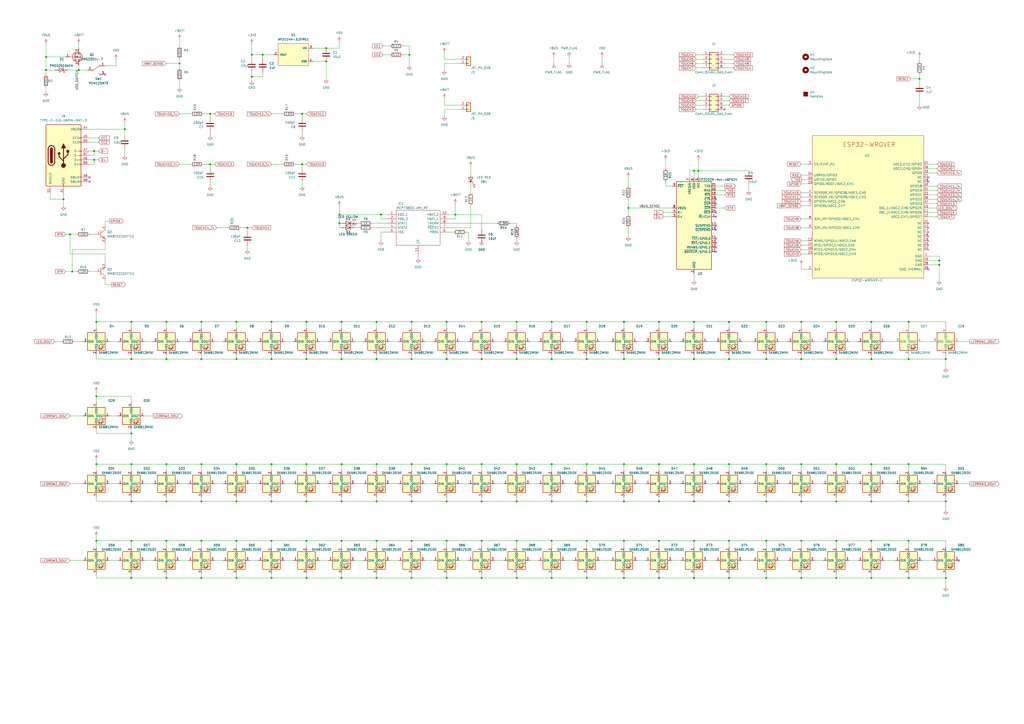
<source format=kicad_sch>
(kicad_sch (version 20211123) (generator eeschema)
  (paper "A2")
  (junction (at 361.95 313.69))
  (junction (at 320.04 208.28))
  (junction (at 259.08 269.24))
  (junction (at 259.08 335.28))
  (junction (at 238.76 290.83))
  (junction (at 382.27 208.28))
  (junction (at 340.36 313.69))
  (junction (at 41.91 157.48))
  (junction (at 175.26 95.25))
  (junction (at 464.82 290.83))
  (junction (at 464.82 208.28))
  (junction (at 137.16 335.28))
  (junction (at 402.59 208.28))
  (junction (at 464.82 186.69))
  (junction (at 157.48 186.69))
  (junction (at 444.5 208.28))
  (junction (at 320.04 186.69))
  (junction (at 544.83 153.67))
  (junction (at 279.4 335.28))
  (junction (at 382.27 269.24))
  (junction (at 402.59 290.83))
  (junction (at 45.72 40.64))
  (junction (at 422.91 290.83))
  (junction (at 340.36 186.69))
  (junction (at 177.8 208.28))
  (junction (at 299.72 313.69))
  (junction (at 218.44 313.69))
  (junction (at 464.82 269.24))
  (junction (at 177.8 335.28))
  (junction (at 320.04 335.28))
  (junction (at 96.52 208.28))
  (junction (at 544.83 151.13))
  (junction (at 198.12 269.24))
  (junction (at 121.92 66.04))
  (junction (at 26.67 33.02))
  (junction (at 189.23 35.56))
  (junction (at 137.16 313.69))
  (junction (at 444.5 186.69))
  (junction (at 485.14 208.28))
  (junction (at 527.05 208.28))
  (junction (at 218.44 290.83))
  (junction (at 26.67 40.64))
  (junction (at 238.76 313.69))
  (junction (at 137.16 186.69))
  (junction (at 137.16 208.28))
  (junction (at 422.91 335.28))
  (junction (at 548.64 290.83))
  (junction (at 76.2 208.28))
  (junction (at 218.44 335.28))
  (junction (at 485.14 186.69))
  (junction (at 218.44 208.28))
  (junction (at 279.4 269.24))
  (junction (at 505.46 269.24))
  (junction (at 198.12 208.28))
  (junction (at 175.26 66.04))
  (junction (at 116.84 313.69))
  (junction (at 198.12 186.69))
  (junction (at 198.12 335.28))
  (junction (at 55.88 313.69))
  (junction (at 485.14 290.83))
  (junction (at 36.83 115.57))
  (junction (at 340.36 290.83))
  (junction (at 361.95 186.69))
  (junction (at 527.05 269.24))
  (junction (at 96.52 313.69))
  (junction (at 259.08 290.83))
  (junction (at 444.5 290.83))
  (junction (at 402.59 313.69))
  (junction (at 157.48 269.24))
  (junction (at 485.14 335.28))
  (junction (at 157.48 313.69))
  (junction (at 422.91 208.28))
  (junction (at 198.12 313.69))
  (junction (at 279.4 208.28))
  (junction (at 157.48 290.83))
  (junction (at 116.84 335.28))
  (junction (at 121.92 95.25))
  (junction (at 361.95 335.28))
  (junction (at 299.72 290.83))
  (junction (at 54.61 87.63))
  (junction (at 55.88 269.24))
  (junction (at 505.46 290.83))
  (junction (at 505.46 186.69))
  (junction (at 279.4 186.69))
  (junction (at 55.88 186.69))
  (junction (at 76.2 335.28))
  (junction (at 364.49 120.65))
  (junction (at 361.95 208.28))
  (junction (at 505.46 335.28))
  (junction (at 299.72 269.24))
  (junction (at 422.91 269.24))
  (junction (at 177.8 269.24))
  (junction (at 340.36 269.24))
  (junction (at 259.08 186.69))
  (junction (at 527.05 290.83))
  (junction (at 76.2 313.69))
  (junction (at 76.2 186.69))
  (junction (at 177.8 290.83))
  (junction (at 220.98 124.46))
  (junction (at 40.64 135.89))
  (junction (at 485.14 269.24))
  (junction (at 505.46 208.28))
  (junction (at 548.64 208.28))
  (junction (at 485.14 313.69))
  (junction (at 198.12 290.83))
  (junction (at 405.13 99.06))
  (junction (at 96.52 290.83))
  (junction (at 340.36 335.28))
  (junction (at 237.49 31.75))
  (junction (at 464.82 313.69))
  (junction (at 238.76 335.28))
  (junction (at 533.4 45.72))
  (junction (at 444.5 335.28))
  (junction (at 116.84 290.83))
  (junction (at 238.76 269.24))
  (junction (at 196.85 129.54))
  (junction (at 218.44 269.24))
  (junction (at 402.59 186.69))
  (junction (at 527.05 313.69))
  (junction (at 96.52 335.28))
  (junction (at 505.46 313.69))
  (junction (at 527.05 186.69))
  (junction (at 382.27 290.83))
  (junction (at 361.95 269.24))
  (junction (at 54.61 92.71))
  (junction (at 279.4 290.83))
  (junction (at 402.59 99.06))
  (junction (at 444.5 269.24))
  (junction (at 157.48 208.28))
  (junction (at 196.85 124.46))
  (junction (at 104.14 36.83))
  (junction (at 55.88 229.87))
  (junction (at 96.52 186.69))
  (junction (at 76.2 251.46))
  (junction (at 444.5 313.69))
  (junction (at 218.44 186.69))
  (junction (at 238.76 186.69))
  (junction (at 137.16 290.83))
  (junction (at 464.82 335.28))
  (junction (at 177.8 313.69))
  (junction (at 96.52 269.24))
  (junction (at 382.27 335.28))
  (junction (at 146.05 31.75))
  (junction (at 320.04 313.69))
  (junction (at 116.84 269.24))
  (junction (at 259.08 313.69))
  (junction (at 116.84 208.28))
  (junction (at 279.4 313.69))
  (junction (at 264.16 124.46))
  (junction (at 548.64 335.28))
  (junction (at 152.4 31.75))
  (junction (at 382.27 313.69))
  (junction (at 157.48 335.28))
  (junction (at 402.59 335.28))
  (junction (at 72.39 74.93))
  (junction (at 259.08 208.28))
  (junction (at 143.51 132.08))
  (junction (at 527.05 335.28))
  (junction (at 402.59 269.24))
  (junction (at 382.27 186.69))
  (junction (at 422.91 186.69))
  (junction (at 299.72 335.28))
  (junction (at 320.04 290.83))
  (junction (at 299.72 208.28))
  (junction (at 137.16 269.24))
  (junction (at 340.36 208.28))
  (junction (at 361.95 290.83))
  (junction (at 76.2 269.24))
  (junction (at 177.8 186.69))
  (junction (at 238.76 208.28))
  (junction (at 320.04 269.24))
  (junction (at 299.72 186.69))
  (junction (at 422.91 313.69))
  (junction (at 116.84 186.69))
  (junction (at 189.23 27.94))
  (junction (at 76.2 290.83))
  (junction (at 146.05 44.45))
  (no_connect (at 556.26 325.12))
  (no_connect (at 538.48 102.87))
  (no_connect (at 538.48 105.41))
  (no_connect (at 420.37 63.5))
  (no_connect (at 538.48 156.21))
  (no_connect (at 60.96 43.18))
  (no_connect (at 415.29 140.97))
  (no_connect (at 415.29 133.35))
  (no_connect (at 415.29 130.81))
  (no_connect (at 415.29 143.51))
  (no_connect (at 415.29 138.43))
  (no_connect (at 415.29 123.19))
  (no_connect (at 415.29 118.11))
  (no_connect (at 415.29 125.73))
  (no_connect (at 415.29 115.57))
  (no_connect (at 415.29 146.05))
  (no_connect (at 52.07 102.87))
  (no_connect (at 52.07 105.41))
  (wire (pts (xy 218.44 290.83) (xy 238.76 290.83)))
  (wire (pts (xy 76.2 290.83) (xy 96.52 290.83)))
  (wire (pts (xy 295.91 129.54) (xy 299.72 129.54)))
  (wire (pts (xy 464.82 127) (xy 468.63 127)))
  (wire (pts (xy 257.81 34.29) (xy 266.7 34.29)))
  (wire (pts (xy 177.8 332.74) (xy 177.8 335.28)))
  (wire (pts (xy 185.42 325.12) (xy 190.5 325.12)))
  (wire (pts (xy 271.78 134.62) (xy 271.78 139.7)))
  (wire (pts (xy 405.13 99.06) (xy 434.34 99.06)))
  (wire (pts (xy 259.08 269.24) (xy 238.76 269.24)))
  (wire (pts (xy 279.4 124.46) (xy 264.16 124.46)))
  (wire (pts (xy 402.59 205.74) (xy 402.59 208.28)))
  (wire (pts (xy 472.44 325.12) (xy 477.52 325.12)))
  (wire (pts (xy 299.72 186.69) (xy 279.4 186.69)))
  (wire (pts (xy 299.72 288.29) (xy 299.72 290.83)))
  (wire (pts (xy 320.04 186.69) (xy 320.04 190.5)))
  (wire (pts (xy 548.64 269.24) (xy 548.64 273.05)))
  (wire (pts (xy 382.27 290.83) (xy 402.59 290.83)))
  (wire (pts (xy 361.95 313.69) (xy 361.95 317.5)))
  (wire (pts (xy 238.76 269.24) (xy 238.76 273.05)))
  (wire (pts (xy 76.2 186.69) (xy 76.2 190.5)))
  (wire (pts (xy 196.85 27.94) (xy 189.23 27.94)))
  (wire (pts (xy 118.11 66.04) (xy 121.92 66.04)))
  (wire (pts (xy 422.91 186.69) (xy 422.91 190.5)))
  (wire (pts (xy 279.4 313.69) (xy 279.4 317.5)))
  (wire (pts (xy 402.59 269.24) (xy 402.59 273.05)))
  (wire (pts (xy 528.32 45.72) (xy 533.4 45.72)))
  (wire (pts (xy 402.59 99.06) (xy 402.59 102.87)))
  (wire (pts (xy 146.05 44.45) (xy 146.05 46.99)))
  (wire (pts (xy 38.1 135.89) (xy 40.64 135.89)))
  (wire (pts (xy 402.59 269.24) (xy 382.27 269.24)))
  (wire (pts (xy 340.36 317.5) (xy 340.36 313.69)))
  (wire (pts (xy 60.96 152.4) (xy 60.96 147.32)))
  (wire (pts (xy 340.36 290.83) (xy 361.95 290.83)))
  (wire (pts (xy 143.51 132.08) (xy 146.05 132.08)))
  (wire (pts (xy 165.1 198.12) (xy 170.18 198.12)))
  (wire (pts (xy 266.7 198.12) (xy 271.78 198.12)))
  (wire (pts (xy 548.64 208.28) (xy 527.05 208.28)))
  (wire (pts (xy 177.8 205.74) (xy 177.8 208.28)))
  (wire (pts (xy 52.07 90.17) (xy 54.61 90.17)))
  (wire (pts (xy 405.13 102.87) (xy 405.13 99.06)))
  (wire (pts (xy 505.46 313.69) (xy 527.05 313.69)))
  (wire (pts (xy 63.5 325.12) (xy 68.58 325.12)))
  (wire (pts (xy 116.84 288.29) (xy 116.84 290.83)))
  (wire (pts (xy 60.96 38.1) (xy 67.31 38.1)))
  (wire (pts (xy 177.8 269.24) (xy 157.48 269.24)))
  (wire (pts (xy 538.48 95.25) (xy 543.56 95.25)))
  (wire (pts (xy 218.44 288.29) (xy 218.44 290.83)))
  (wire (pts (xy 548.64 290.83) (xy 548.64 295.91)))
  (wire (pts (xy 55.88 288.29) (xy 55.88 290.83)))
  (wire (pts (xy 76.2 229.87) (xy 55.88 229.87)))
  (wire (pts (xy 422.91 317.5) (xy 422.91 313.69)))
  (wire (pts (xy 137.16 269.24) (xy 116.84 269.24)))
  (wire (pts (xy 485.14 269.24) (xy 485.14 273.05)))
  (wire (pts (xy 287.02 198.12) (xy 292.1 198.12)))
  (wire (pts (xy 444.5 208.28) (xy 464.82 208.28)))
  (wire (pts (xy 157.48 290.83) (xy 177.8 290.83)))
  (wire (pts (xy 218.44 269.24) (xy 218.44 273.05)))
  (wire (pts (xy 464.82 332.74) (xy 464.82 335.28)))
  (wire (pts (xy 382.27 269.24) (xy 361.95 269.24)))
  (wire (pts (xy 157.48 269.24) (xy 137.16 269.24)))
  (wire (pts (xy 273.05 119.38) (xy 273.05 132.08)))
  (wire (pts (xy 340.36 332.74) (xy 340.36 335.28)))
  (wire (pts (xy 196.85 124.46) (xy 196.85 129.54)))
  (wire (pts (xy 422.91 186.69) (xy 444.5 186.69)))
  (wire (pts (xy 538.48 125.73) (xy 543.56 125.73)))
  (wire (pts (xy 63.5 280.67) (xy 68.58 280.67)))
  (wire (pts (xy 485.14 205.74) (xy 485.14 208.28)))
  (wire (pts (xy 76.2 269.24) (xy 76.2 273.05)))
  (wire (pts (xy 527.05 190.5) (xy 527.05 186.69)))
  (wire (pts (xy 177.8 288.29) (xy 177.8 290.83)))
  (wire (pts (xy 233.68 26.67) (xy 237.49 26.67)))
  (wire (pts (xy 279.4 332.74) (xy 279.4 335.28)))
  (wire (pts (xy 257.81 36.83) (xy 257.81 40.64)))
  (wire (pts (xy 538.48 153.67) (xy 544.83 153.67)))
  (wire (pts (xy 196.85 119.38) (xy 196.85 124.46)))
  (wire (pts (xy 422.91 205.74) (xy 422.91 208.28)))
  (wire (pts (xy 361.95 335.28) (xy 382.27 335.28)))
  (wire (pts (xy 31.75 198.12) (xy 35.56 198.12)))
  (wire (pts (xy 76.2 251.46) (xy 76.2 255.27)))
  (wire (pts (xy 175.26 95.25) (xy 177.8 95.25)))
  (wire (pts (xy 444.5 288.29) (xy 444.5 290.83)))
  (wire (pts (xy 422.91 290.83) (xy 444.5 290.83)))
  (wire (pts (xy 349.25 33.02) (xy 349.25 36.83)))
  (wire (pts (xy 104.14 325.12) (xy 109.22 325.12)))
  (wire (pts (xy 279.4 269.24) (xy 259.08 269.24)))
  (wire (pts (xy 548.64 186.69) (xy 527.05 186.69)))
  (wire (pts (xy 420.37 60.96) (xy 422.91 60.96)))
  (wire (pts (xy 299.72 332.74) (xy 299.72 335.28)))
  (wire (pts (xy 464.82 144.78) (xy 468.63 144.78)))
  (wire (pts (xy 137.16 313.69) (xy 137.16 317.5)))
  (wire (pts (xy 116.84 335.28) (xy 137.16 335.28)))
  (wire (pts (xy 40.64 135.89) (xy 44.45 135.89)))
  (wire (pts (xy 402.59 208.28) (xy 422.91 208.28)))
  (wire (pts (xy 425.45 36.83) (xy 420.37 36.83)))
  (wire (pts (xy 259.08 208.28) (xy 279.4 208.28)))
  (wire (pts (xy 410.21 325.12) (xy 415.29 325.12)))
  (wire (pts (xy 55.88 205.74) (xy 55.88 208.28)))
  (wire (pts (xy 382.27 313.69) (xy 361.95 313.69)))
  (wire (pts (xy 389.89 198.12) (xy 394.97 198.12)))
  (wire (pts (xy 425.45 34.29) (xy 420.37 34.29)))
  (wire (pts (xy 181.61 27.94) (xy 189.23 27.94)))
  (wire (pts (xy 402.59 186.69) (xy 382.27 186.69)))
  (wire (pts (xy 384.81 125.73) (xy 389.89 125.73)))
  (wire (pts (xy 83.82 241.3) (xy 88.9 241.3)))
  (wire (pts (xy 527.05 335.28) (xy 505.46 335.28)))
  (wire (pts (xy 220.98 127) (xy 220.98 124.46)))
  (wire (pts (xy 76.2 186.69) (xy 55.88 186.69)))
  (wire (pts (xy 259.08 186.69) (xy 259.08 190.5)))
  (wire (pts (xy 422.91 58.42) (xy 420.37 58.42)))
  (wire (pts (xy 444.5 205.74) (xy 444.5 208.28)))
  (wire (pts (xy 72.39 74.93) (xy 72.39 78.74)))
  (wire (pts (xy 76.2 269.24) (xy 55.88 269.24)))
  (wire (pts (xy 452.12 325.12) (xy 457.2 325.12)))
  (wire (pts (xy 238.76 186.69) (xy 238.76 190.5)))
  (wire (pts (xy 464.82 132.08) (xy 468.63 132.08)))
  (wire (pts (xy 320.04 269.24) (xy 320.04 273.05)))
  (wire (pts (xy 226.06 280.67) (xy 231.14 280.67)))
  (wire (pts (xy 527.05 186.69) (xy 505.46 186.69)))
  (wire (pts (xy 548.64 208.28) (xy 548.64 213.36)))
  (wire (pts (xy 237.49 31.75) (xy 237.49 38.1)))
  (wire (pts (xy 257.81 60.96) (xy 266.7 60.96)))
  (wire (pts (xy 444.5 290.83) (xy 464.82 290.83)))
  (wire (pts (xy 340.36 313.69) (xy 361.95 313.69)))
  (wire (pts (xy 320.04 313.69) (xy 340.36 313.69)))
  (wire (pts (xy 266.7 280.67) (xy 271.78 280.67)))
  (wire (pts (xy 307.34 198.12) (xy 312.42 198.12)))
  (wire (pts (xy 548.64 332.74) (xy 548.64 335.28)))
  (wire (pts (xy 54.61 92.71) (xy 57.15 92.71)))
  (wire (pts (xy 185.42 198.12) (xy 190.5 198.12)))
  (wire (pts (xy 198.12 208.28) (xy 218.44 208.28)))
  (wire (pts (xy 320.04 335.28) (xy 340.36 335.28)))
  (wire (pts (xy 137.16 332.74) (xy 137.16 335.28)))
  (wire (pts (xy 26.67 40.64) (xy 31.75 40.64)))
  (wire (pts (xy 464.82 269.24) (xy 444.5 269.24)))
  (wire (pts (xy 63.5 241.3) (xy 68.58 241.3)))
  (wire (pts (xy 402.59 186.69) (xy 402.59 190.5)))
  (wire (pts (xy 266.7 63.5) (xy 257.81 63.5)))
  (wire (pts (xy 452.12 280.67) (xy 457.2 280.67)))
  (wire (pts (xy 218.44 332.74) (xy 218.44 335.28)))
  (wire (pts (xy 527.05 332.74) (xy 527.05 335.28)))
  (wire (pts (xy 299.72 335.28) (xy 320.04 335.28)))
  (wire (pts (xy 121.92 97.79) (xy 121.92 95.25)))
  (wire (pts (xy 273.05 107.95) (xy 273.05 111.76)))
  (wire (pts (xy 340.36 273.05) (xy 340.36 269.24)))
  (wire (pts (xy 361.95 186.69) (xy 361.95 190.5)))
  (wire (pts (xy 116.84 186.69) (xy 116.84 190.5)))
  (wire (pts (xy 40.64 147.32) (xy 40.64 135.89)))
  (wire (pts (xy 340.36 269.24) (xy 361.95 269.24)))
  (wire (pts (xy 320.04 290.83) (xy 340.36 290.83)))
  (wire (pts (xy 137.16 290.83) (xy 157.48 290.83)))
  (wire (pts (xy 96.52 186.69) (xy 76.2 186.69)))
  (wire (pts (xy 218.44 335.28) (xy 238.76 335.28)))
  (wire (pts (xy 259.08 332.74) (xy 259.08 335.28)))
  (wire (pts (xy 299.72 313.69) (xy 279.4 313.69)))
  (wire (pts (xy 96.52 335.28) (xy 116.84 335.28)))
  (wire (pts (xy 430.53 280.67) (xy 436.88 280.67)))
  (wire (pts (xy 430.53 198.12) (xy 436.88 198.12)))
  (wire (pts (xy 55.88 251.46) (xy 76.2 251.46)))
  (wire (pts (xy 464.82 313.69) (xy 464.82 317.5)))
  (wire (pts (xy 116.84 269.24) (xy 96.52 269.24)))
  (wire (pts (xy 76.2 288.29) (xy 76.2 290.83)))
  (wire (pts (xy 171.45 66.04) (xy 175.26 66.04)))
  (wire (pts (xy 538.48 107.95) (xy 543.56 107.95)))
  (wire (pts (xy 513.08 325.12) (xy 519.43 325.12)))
  (wire (pts (xy 104.14 280.67) (xy 109.22 280.67)))
  (wire (pts (xy 273.05 96.52) (xy 273.05 100.33)))
  (wire (pts (xy 464.82 116.84) (xy 468.63 116.84)))
  (wire (pts (xy 505.46 269.24) (xy 485.14 269.24)))
  (wire (pts (xy 422.91 269.24) (xy 444.5 269.24)))
  (wire (pts (xy 226.06 198.12) (xy 231.14 198.12)))
  (wire (pts (xy 402.59 313.69) (xy 382.27 313.69)))
  (wire (pts (xy 279.4 186.69) (xy 259.08 186.69)))
  (wire (pts (xy 505.46 332.74) (xy 505.46 335.28)))
  (wire (pts (xy 116.84 290.83) (xy 137.16 290.83)))
  (wire (pts (xy 556.26 280.67) (xy 562.61 280.67)))
  (wire (pts (xy 96.52 269.24) (xy 96.52 273.05)))
  (wire (pts (xy 177.8 186.69) (xy 177.8 190.5)))
  (wire (pts (xy 548.64 335.28) (xy 548.64 340.36)))
  (wire (pts (xy 116.84 208.28) (xy 137.16 208.28)))
  (wire (pts (xy 198.12 269.24) (xy 198.12 273.05)))
  (wire (pts (xy 198.12 313.69) (xy 198.12 317.5)))
  (wire (pts (xy 534.67 198.12) (xy 541.02 198.12)))
  (wire (pts (xy 116.84 313.69) (xy 116.84 317.5)))
  (wire (pts (xy 121.92 78.74) (xy 121.92 76.2)))
  (wire (pts (xy 548.64 290.83) (xy 527.05 290.83)))
  (wire (pts (xy 527.05 205.74) (xy 527.05 208.28)))
  (wire (pts (xy 83.82 325.12) (xy 88.9 325.12)))
  (wire (pts (xy 152.4 44.45) (xy 146.05 44.45)))
  (wire (pts (xy 260.35 132.08) (xy 273.05 132.08)))
  (wire (pts (xy 76.2 229.87) (xy 76.2 233.68)))
  (wire (pts (xy 146.05 31.75) (xy 146.05 25.4)))
  (wire (pts (xy 405.13 92.71) (xy 405.13 99.06)))
  (wire (pts (xy 464.82 106.68) (xy 468.63 106.68)))
  (wire (pts (xy 45.72 38.1) (xy 45.72 40.64)))
  (wire (pts (xy 96.52 290.83) (xy 116.84 290.83)))
  (wire (pts (xy 402.59 313.69) (xy 402.59 317.5)))
  (wire (pts (xy 527.05 313.69) (xy 527.05 317.5)))
  (wire (pts (xy 63.5 198.12) (xy 68.58 198.12)))
  (wire (pts (xy 55.88 208.28) (xy 76.2 208.28)))
  (wire (pts (xy 464.82 139.7) (xy 468.63 139.7)))
  (wire (pts (xy 196.85 132.08) (xy 198.12 132.08)))
  (wire (pts (xy 257.81 60.96) (xy 257.81 57.15)))
  (wire (pts (xy 434.34 106.68) (xy 434.34 110.49)))
  (wire (pts (xy 422.91 273.05) (xy 422.91 269.24)))
  (wire (pts (xy 137.16 186.69) (xy 116.84 186.69)))
  (wire (pts (xy 60.96 162.56) (xy 60.96 165.1)))
  (wire (pts (xy 403.86 63.5) (xy 407.67 63.5)))
  (wire (pts (xy 544.83 148.59) (xy 544.83 151.13)))
  (wire (pts (xy 464.82 335.28) (xy 485.14 335.28)))
  (wire (pts (xy 118.11 95.25) (xy 121.92 95.25)))
  (wire (pts (xy 55.88 290.83) (xy 76.2 290.83)))
  (wire (pts (xy 382.27 335.28) (xy 402.59 335.28)))
  (wire (pts (xy 55.88 186.69) (xy 55.88 190.5)))
  (wire (pts (xy 26.67 25.4) (xy 26.67 33.02)))
  (wire (pts (xy 538.48 115.57) (xy 543.56 115.57)))
  (wire (pts (xy 104.14 66.04) (xy 110.49 66.04)))
  (wire (pts (xy 226.06 325.12) (xy 231.14 325.12)))
  (wire (pts (xy 403.86 31.75) (xy 407.67 31.75)))
  (wire (pts (xy 382.27 313.69) (xy 382.27 317.5)))
  (wire (pts (xy 146.05 31.75) (xy 152.4 31.75)))
  (wire (pts (xy 279.4 133.35) (xy 279.4 124.46)))
  (wire (pts (xy 364.49 120.65) (xy 364.49 124.46)))
  (wire (pts (xy 538.48 113.03) (xy 543.56 113.03)))
  (wire (pts (xy 422.91 269.24) (xy 402.59 269.24)))
  (wire (pts (xy 52.07 157.48) (xy 55.88 157.48)))
  (wire (pts (xy 55.88 229.87) (xy 55.88 233.68)))
  (wire (pts (xy 382.27 205.74) (xy 382.27 208.28)))
  (wire (pts (xy 198.12 313.69) (xy 177.8 313.69)))
  (wire (pts (xy 533.4 33.02) (xy 533.4 35.56)))
  (wire (pts (xy 320.04 288.29) (xy 320.04 290.83)))
  (wire (pts (xy 165.1 280.67) (xy 170.18 280.67)))
  (wire (pts (xy 41.91 144.78) (xy 41.91 157.48)))
  (wire (pts (xy 513.08 198.12) (xy 519.43 198.12)))
  (wire (pts (xy 485.14 208.28) (xy 505.46 208.28)))
  (wire (pts (xy 361.95 332.74) (xy 361.95 335.28)))
  (wire (pts (xy 444.5 186.69) (xy 444.5 190.5)))
  (wire (pts (xy 157.48 95.25) (xy 163.83 95.25)))
  (wire (pts (xy 257.81 63.5) (xy 257.81 67.31)))
  (wire (pts (xy 544.83 151.13) (xy 544.83 153.67)))
  (wire (pts (xy 389.89 325.12) (xy 394.97 325.12)))
  (wire (pts (xy 157.48 205.74) (xy 157.48 208.28)))
  (wire (pts (xy 327.66 280.67) (xy 332.74 280.67)))
  (wire (pts (xy 220.98 134.62) (xy 220.98 139.7)))
  (wire (pts (xy 54.61 87.63) (xy 57.15 87.63)))
  (wire (pts (xy 485.14 288.29) (xy 485.14 290.83)))
  (wire (pts (xy 55.88 248.92) (xy 55.88 251.46)))
  (wire (pts (xy 472.44 280.67) (xy 477.52 280.67)))
  (wire (pts (xy 144.78 280.67) (xy 149.86 280.67)))
  (wire (pts (xy 422.91 186.69) (xy 402.59 186.69)))
  (wire (pts (xy 137.16 208.28) (xy 157.48 208.28)))
  (wire (pts (xy 415.29 113.03) (xy 420.37 113.03)))
  (wire (pts (xy 361.95 290.83) (xy 382.27 290.83)))
  (wire (pts (xy 36.83 113.03) (xy 36.83 115.57)))
  (wire (pts (xy 96.52 269.24) (xy 76.2 269.24)))
  (wire (pts (xy 505.46 269.24) (xy 527.05 269.24)))
  (wire (pts (xy 222.25 26.67) (xy 226.06 26.67)))
  (wire (pts (xy 340.36 335.28) (xy 361.95 335.28)))
  (wire (pts (xy 177.8 208.28) (xy 198.12 208.28)))
  (wire (pts (xy 76.2 208.28) (xy 96.52 208.28)))
  (wire (pts (xy 287.02 280.67) (xy 292.1 280.67)))
  (wire (pts (xy 137.16 205.74) (xy 137.16 208.28)))
  (wire (pts (xy 405.13 99.06) (xy 402.59 99.06)))
  (wire (pts (xy 224.79 127) (xy 220.98 127)))
  (wire (pts (xy 402.59 332.74) (xy 402.59 335.28)))
  (wire (pts (xy 259.08 205.74) (xy 259.08 208.28)))
  (wire (pts (xy 485.14 335.28) (xy 505.46 335.28)))
  (wire (pts (xy 246.38 325.12) (xy 251.46 325.12)))
  (wire (pts (xy 237.49 26.67) (xy 237.49 31.75)))
  (wire (pts (xy 464.82 114.3) (xy 468.63 114.3)))
  (wire (pts (xy 410.21 198.12) (xy 415.29 198.12)))
  (wire (pts (xy 157.48 335.28) (xy 177.8 335.28)))
  (wire (pts (xy 485.14 313.69) (xy 485.14 317.5)))
  (wire (pts (xy 124.46 280.67) (xy 129.54 280.67)))
  (wire (pts (xy 347.98 280.67) (xy 354.33 280.67)))
  (wire (pts (xy 171.45 95.25) (xy 175.26 95.25)))
  (wire (pts (xy 287.02 325.12) (xy 292.1 325.12)))
  (wire (pts (xy 238.76 288.29) (xy 238.76 290.83)))
  (wire (pts (xy 548.64 335.28) (xy 527.05 335.28)))
  (wire (pts (xy 266.7 325.12) (xy 271.78 325.12)))
  (wire (pts (xy 464.82 142.24) (xy 468.63 142.24)))
  (wire (pts (xy 556.26 198.12) (xy 562.61 198.12)))
  (wire (pts (xy 218.44 313.69) (xy 198.12 313.69)))
  (wire (pts (xy 505.46 288.29) (xy 505.46 290.83)))
  (wire (pts (xy 104.14 22.86) (xy 104.14 26.67)))
  (wire (pts (xy 533.4 55.88) (xy 533.4 60.96)))
  (wire (pts (xy 505.46 273.05) (xy 505.46 269.24)))
  (wire (pts (xy 38.1 157.48) (xy 41.91 157.48)))
  (wire (pts (xy 464.82 313.69) (xy 444.5 313.69)))
  (wire (pts (xy 402.59 99.06) (xy 400.05 99.06)))
  (wire (pts (xy 320.04 332.74) (xy 320.04 335.28)))
  (wire (pts (xy 54.61 90.17) (xy 54.61 87.63)))
  (wire (pts (xy 144.78 325.12) (xy 149.86 325.12)))
  (wire (pts (xy 125.73 132.08) (xy 132.08 132.08)))
  (wire (pts (xy 39.37 40.64) (xy 45.72 40.64)))
  (wire (pts (xy 175.26 66.04) (xy 177.8 66.04)))
  (wire (pts (xy 403.86 58.42) (xy 407.67 58.42)))
  (wire (pts (xy 452.12 198.12) (xy 457.2 198.12)))
  (wire (pts (xy 143.51 144.78) (xy 143.51 142.24)))
  (wire (pts (xy 116.84 269.24) (xy 116.84 273.05)))
  (wire (pts (xy 198.12 129.54) (xy 196.85 129.54)))
  (wire (pts (xy 238.76 269.24) (xy 218.44 269.24)))
  (wire (pts (xy 472.44 198.12) (xy 477.52 198.12)))
  (wire (pts (xy 63.5 128.27) (xy 60.96 128.27)))
  (wire (pts (xy 425.45 39.37) (xy 420.37 39.37)))
  (wire (pts (xy 238.76 335.28) (xy 259.08 335.28)))
  (wire (pts (xy 54.61 95.25) (xy 54.61 92.71)))
  (wire (pts (xy 464.82 156.21) (xy 464.82 153.67)))
  (wire (pts (xy 177.8 186.69) (xy 157.48 186.69)))
  (wire (pts (xy 299.72 138.43) (xy 299.72 139.7)))
  (wire (pts (xy 104.14 95.25) (xy 110.49 95.25)))
  (wire (pts (xy 361.95 208.28) (xy 382.27 208.28)))
  (wire (pts (xy 157.48 269.24) (xy 157.48 273.05)))
  (wire (pts (xy 198.12 205.74) (xy 198.12 208.28)))
  (wire (pts (xy 279.4 269.24) (xy 279.4 273.05)))
  (wire (pts (xy 415.29 110.49) (xy 420.37 110.49)))
  (wire (pts (xy 55.88 332.74) (xy 55.88 335.28)))
  (wire (pts (xy 72.39 74.93) (xy 52.07 74.93)))
  (wire (pts (xy 422.91 332.74) (xy 422.91 335.28)))
  (wire (pts (xy 538.48 118.11) (xy 543.56 118.11)))
  (wire (pts (xy 279.4 140.97) (xy 279.4 139.7)))
  (wire (pts (xy 121.92 68.58) (xy 121.92 66.04)))
  (wire (pts (xy 527.05 269.24) (xy 527.05 273.05)))
  (wire (pts (xy 327.66 325.12) (xy 332.74 325.12)))
  (wire (pts (xy 492.76 198.12) (xy 497.84 198.12)))
  (wire (pts (xy 116.84 313.69) (xy 96.52 313.69)))
  (wire (pts (xy 220.98 124.46) (xy 224.79 124.46)))
  (wire (pts (xy 29.21 115.57) (xy 36.83 115.57)))
  (wire (pts (xy 444.5 335.28) (xy 464.82 335.28)))
  (wire (pts (xy 382.27 269.24) (xy 382.27 273.05)))
  (wire (pts (xy 137.16 186.69) (xy 137.16 190.5)))
  (wire (pts (xy 347.98 325.12) (xy 354.33 325.12)))
  (wire (pts (xy 215.9 132.08) (xy 224.79 132.08)))
  (wire (pts (xy 279.4 288.29) (xy 279.4 290.83)))
  (wire (pts (xy 307.34 280.67) (xy 312.42 280.67)))
  (wire (pts (xy 238.76 313.69) (xy 218.44 313.69)))
  (wire (pts (xy 444.5 269.24) (xy 444.5 273.05)))
  (wire (pts (xy 233.68 31.75) (xy 237.49 31.75)))
  (wire (pts (xy 72.39 86.36) (xy 72.39 90.17)))
  (wire (pts (xy 76.2 205.74) (xy 76.2 208.28)))
  (wire (pts (xy 104.14 198.12) (xy 109.22 198.12)))
  (wire (pts (xy 26.67 50.8) (xy 26.67 53.34)))
  (wire (pts (xy 548.64 205.74) (xy 548.64 208.28)))
  (wire (pts (xy 505.46 186.69) (xy 505.46 190.5)))
  (wire (pts (xy 76.2 248.92) (xy 76.2 251.46)))
  (wire (pts (xy 60.96 128.27) (xy 60.96 130.81)))
  (wire (pts (xy 137.16 335.28) (xy 157.48 335.28)))
  (wire (pts (xy 76.2 313.69) (xy 76.2 317.5)))
  (wire (pts (xy 464.82 269.24) (xy 464.82 273.05)))
  (wire (pts (xy 538.48 123.19) (xy 543.56 123.19)))
  (wire (pts (xy 52.07 135.89) (xy 55.88 135.89)))
  (wire (pts (xy 340.36 186.69) (xy 361.95 186.69)))
  (wire (pts (xy 389.89 280.67) (xy 394.97 280.67)))
  (wire (pts (xy 382.27 186.69) (xy 382.27 190.5)))
  (wire (pts (xy 198.12 186.69) (xy 177.8 186.69)))
  (wire (pts (xy 538.48 120.65) (xy 543.56 120.65)))
  (wire (pts (xy 259.08 288.29) (xy 259.08 290.83)))
  (wire (pts (xy 104.14 46.99) (xy 104.14 50.8)))
  (wire (pts (xy 45.72 40.64) (xy 50.8 40.64)))
  (wire (pts (xy 198.12 290.83) (xy 218.44 290.83)))
  (wire (pts (xy 29.21 113.03) (xy 29.21 115.57)))
  (wire (pts (xy 279.4 335.28) (xy 299.72 335.28)))
  (wire (pts (xy 464.82 119.38) (xy 468.63 119.38)))
  (wire (pts (xy 67.31 34.29) (xy 67.31 38.1)))
  (wire (pts (xy 533.4 45.72) (xy 533.4 43.18)))
  (wire (pts (xy 196.85 124.46) (xy 220.98 124.46)))
  (wire (pts (xy 124.46 325.12) (xy 129.54 325.12)))
  (wire (pts (xy 143.51 134.62) (xy 143.51 132.08)))
  (wire (pts (xy 246.38 280.67) (xy 251.46 280.67)))
  (wire (pts (xy 40.64 241.3) (xy 48.26 241.3)))
  (wire (pts (xy 340.36 190.5) (xy 340.36 186.69)))
  (wire (pts (xy 157.48 313.69) (xy 137.16 313.69)))
  (wire (pts (xy 403.86 36.83) (xy 407.67 36.83)))
  (wire (pts (xy 198.12 335.28) (xy 218.44 335.28)))
  (wire (pts (xy 299.72 313.69) (xy 299.72 317.5)))
  (wire (pts (xy 76.2 332.74) (xy 76.2 335.28)))
  (wire (pts (xy 527.05 290.83) (xy 505.46 290.83)))
  (wire (pts (xy 464.82 147.32) (xy 468.63 147.32)))
  (wire (pts (xy 410.21 280.67) (xy 415.29 280.67)))
  (wire (pts (xy 177.8 269.24) (xy 177.8 273.05)))
  (wire (pts (xy 83.82 280.67) (xy 88.9 280.67)))
  (wire (pts (xy 527.05 208.28) (xy 505.46 208.28)))
  (wire (pts (xy 157.48 66.04) (xy 163.83 66.04)))
  (wire (pts (xy 83.82 198.12) (xy 88.9 198.12)))
  (wire (pts (xy 364.49 115.57) (xy 364.49 120.65)))
  (wire (pts (xy 299.72 269.24) (xy 299.72 273.05)))
  (wire (pts (xy 361.95 205.74) (xy 361.95 208.28)))
  (wire (pts (xy 299.72 186.69) (xy 299.72 190.5)))
  (wire (pts (xy 402.59 290.83) (xy 422.91 290.83)))
  (wire (pts (xy 327.66 198.12) (xy 332.74 198.12)))
  (wire (pts (xy 104.14 34.29) (xy 104.14 36.83)))
  (wire (pts (xy 307.34 325.12) (xy 312.42 325.12)))
  (wire (pts (xy 60.96 147.32) (xy 40.64 147.32)))
  (wire (pts (xy 485.14 332.74) (xy 485.14 335.28)))
  (wire (pts (xy 137.16 313.69) (xy 116.84 313.69)))
  (wire (pts (xy 152.4 31.75) (xy 152.4 34.29)))
  (wire (pts (xy 548.64 190.5) (xy 548.64 186.69)))
  (wire (pts (xy 320.04 208.28) (xy 340.36 208.28)))
  (wire (pts (xy 175.26 97.79) (xy 175.26 95.25)))
  (wire (pts (xy 279.4 208.28) (xy 299.72 208.28)))
  (wire (pts (xy 45.72 25.4) (xy 45.72 27.94)))
  (wire (pts (xy 260.35 129.54) (xy 288.29 129.54)))
  (wire (pts (xy 205.74 198.12) (xy 210.82 198.12)))
  (wire (pts (xy 534.67 280.67) (xy 541.02 280.67)))
  (wire (pts (xy 299.72 290.83) (xy 320.04 290.83)))
  (wire (pts (xy 259.08 290.83) (xy 279.4 290.83)))
  (wire (pts (xy 60.96 165.1) (xy 64.77 165.1)))
  (wire (pts (xy 400.05 99.06) (xy 400.05 102.87)))
  (wire (pts (xy 299.72 129.54) (xy 299.72 130.81)))
  (wire (pts (xy 527.05 288.29) (xy 527.05 290.83)))
  (wire (pts (xy 538.48 151.13) (xy 544.83 151.13)))
  (wire (pts (xy 40.64 325.12) (xy 48.26 325.12)))
  (wire (pts (xy 320.04 313.69) (xy 299.72 313.69)))
  (wire (pts (xy 425.45 31.75) (xy 420.37 31.75)))
  (wire (pts (xy 415.29 120.65) (xy 420.37 120.65)))
  (wire (pts (xy 238.76 186.69) (xy 218.44 186.69)))
  (wire (pts (xy 402.59 335.28) (xy 422.91 335.28)))
  (wire (pts (xy 189.23 35.56) (xy 189.23 45.72)))
  (wire (pts (xy 52.07 92.71) (xy 54.61 92.71)))
  (wire (pts (xy 124.46 198.12) (xy 129.54 198.12)))
  (wire (pts (xy 96.52 208.28) (xy 116.84 208.28)))
  (wire (pts (xy 464.82 186.69) (xy 464.82 190.5)))
  (wire (pts (xy 177.8 313.69) (xy 157.48 313.69)))
  (wire (pts (xy 464.82 111.76) (xy 468.63 111.76)))
  (wire (pts (xy 52.07 80.01) (xy 57.15 80.01)))
  (wire (pts (xy 185.42 280.67) (xy 190.5 280.67)))
  (wire (pts (xy 157.48 313.69) (xy 157.48 317.5)))
  (wire (pts (xy 144.78 198.12) (xy 149.86 198.12)))
  (wire (pts (xy 402.59 158.75) (xy 402.59 162.56)))
  (wire (pts (xy 60.96 144.78) (xy 41.91 144.78)))
  (wire (pts (xy 181.61 35.56) (xy 189.23 35.56)))
  (wire (pts (xy 533.4 45.72) (xy 533.4 48.26)))
  (wire (pts (xy 152.4 31.75) (xy 158.75 31.75)))
  (wire (pts (xy 340.36 186.69) (xy 320.04 186.69)))
  (wire (pts (xy 218.44 208.28) (xy 238.76 208.28)))
  (wire (pts (xy 96.52 313.69) (xy 96.52 317.5)))
  (wire (pts (xy 527.05 313.69) (xy 548.64 313.69)))
  (wire (pts (xy 468.63 156.21) (xy 464.82 156.21)))
  (wire (pts (xy 548.64 313.69) (xy 548.64 317.5)))
  (wire (pts (xy 238.76 205.74) (xy 238.76 208.28)))
  (wire (pts (xy 505.46 313.69) (xy 485.14 313.69)))
  (wire (pts (xy 527.05 269.24) (xy 548.64 269.24)))
  (wire (pts (xy 177.8 313.69) (xy 177.8 317.5)))
  (wire (pts (xy 422.91 313.69) (xy 402.59 313.69)))
  (wire (pts (xy 242.57 147.32) (xy 242.57 149.86)))
  (wire (pts (xy 364.49 102.87) (xy 364.49 107.95)))
  (wire (pts (xy 238.76 332.74) (xy 238.76 335.28)))
  (wire (pts (xy 347.98 198.12) (xy 354.33 198.12)))
  (wire (pts (xy 492.76 325.12) (xy 497.84 325.12)))
  (wire (pts (xy 485.14 290.83) (xy 505.46 290.83)))
  (wire (pts (xy 76.2 335.28) (xy 96.52 335.28)))
  (wire (pts (xy 55.88 311.15) (xy 55.88 313.69)))
  (wire (pts (xy 361.95 288.29) (xy 361.95 290.83)))
  (wire (pts (xy 175.26 107.95) (xy 175.26 105.41)))
  (wire (pts (xy 464.82 186.69) (xy 444.5 186.69)))
  (wire (pts (xy 215.9 129.54) (xy 224.79 129.54)))
  (wire (pts (xy 430.53 325.12) (xy 436.88 325.12)))
  (wire (pts (xy 382.27 332.74) (xy 382.27 335.28)))
  (wire (pts (xy 321.31 33.02) (xy 321.31 36.83)))
  (wire (pts (xy 485.14 186.69) (xy 464.82 186.69)))
  (wire (pts (xy 505.46 186.69) (xy 485.14 186.69)))
  (wire (pts (xy 55.88 266.7) (xy 55.88 269.24)))
  (wire (pts (xy 279.4 186.69) (xy 279.4 190.5)))
  (wire (pts (xy 464.82 205.74) (xy 464.82 208.28)))
  (wire (pts (xy 485.14 186.69) (xy 485.14 190.5)))
  (wire (pts (xy 38.1 33.02) (xy 26.67 33.02)))
  (wire (pts (xy 320.04 269.24) (xy 299.72 269.24)))
  (wire (pts (xy 218.44 205.74) (xy 218.44 208.28)))
  (wire (pts (xy 198.12 269.24) (xy 177.8 269.24)))
  (wire (pts (xy 279.4 290.83) (xy 299.72 290.83)))
  (wire (pts (xy 389.89 120.65) (xy 364.49 120.65)))
  (wire (pts (xy 340.36 288.29) (xy 340.36 290.83)))
  (wire (pts (xy 55.88 181.61) (xy 55.88 186.69)))
  (wire (pts (xy 205.74 132.08) (xy 208.28 132.08)))
  (wire (pts (xy 198.12 332.74) (xy 198.12 335.28)))
  (wire (pts (xy 52.07 95.25) (xy 54.61 95.25)))
  (wire (pts (xy 40.64 280.67) (xy 48.26 280.67)))
  (wire (pts (xy 264.16 127) (xy 260.35 127)))
  (wire (pts (xy 157.48 288.29) (xy 157.48 290.83)))
  (wire (pts (xy 382.27 208.28) (xy 402.59 208.28)))
  (wire (pts (xy 146.05 41.91) (xy 146.05 44.45)))
  (wire (pts (xy 177.8 290.83) (xy 198.12 290.83)))
  (wire (pts (xy 386.08 107.95) (xy 389.89 107.95)))
  (wire (pts (xy 264.16 124.46) (xy 264.16 127)))
  (wire (pts (xy 361.95 269.24) (xy 361.95 273.05)))
  (wire (pts (xy 260.35 124.46) (xy 264.16 124.46)))
  (wire (pts (xy 264.16 118.11) (xy 264.16 124.46)))
  (wire (pts (xy 43.18 198.12) (xy 48.26 198.12)))
  (wire (pts (xy 104.14 36.83) (xy 104.14 39.37)))
  (wire (pts (xy 259.08 313.69) (xy 238.76 313.69)))
  (wire (pts (xy 464.82 104.14) (xy 468.63 104.14)))
  (wire (pts (xy 422.91 55.88) (xy 420.37 55.88)))
  (wire (pts (xy 55.88 269.24) (xy 55.88 273.05)))
  (wire (pts (xy 257.81 34.29) (xy 257.81 30.48)))
  (wire (pts (xy 422.91 208.28) (xy 444.5 208.28)))
  (wire (pts (xy 52.07 82.55) (xy 57.15 82.55)))
  (wire (pts (xy 55.88 335.28) (xy 76.2 335.28)))
  (wire (pts (xy 152.4 41.91) (xy 152.4 44.45)))
  (wire (pts (xy 259.08 335.28) (xy 279.4 335.28)))
  (wire (pts (xy 464.82 101.6) (xy 468.63 101.6)))
  (wire (pts (xy 96.52 288.29) (xy 96.52 290.83)))
  (wire (pts (xy 415.29 107.95) (xy 420.37 107.95)))
  (wire (pts (xy 224.79 134.62) (xy 220.98 134.62)))
  (wire (pts (xy 369.57 325.12) (xy 374.65 325.12)))
  (wire (pts (xy 468.63 95.25) (xy 464.82 95.25)))
  (wire (pts (xy 464.82 290.83) (xy 485.14 290.83)))
  (wire (pts (xy 139.7 132.08) (xy 143.51 132.08)))
  (wire (pts (xy 464.82 288.29) (xy 464.82 290.83)))
  (wire (pts (xy 422.91 335.28) (xy 444.5 335.28)))
  (wire (pts (xy 218.44 313.69) (xy 218.44 317.5)))
  (wire (pts (xy 538.48 148.59) (xy 544.83 148.59)))
  (wire (pts (xy 405.13 55.88) (xy 407.67 55.88)))
  (wire (pts (xy 121.92 107.95) (xy 121.92 105.41)))
  (wire (pts (xy 538.48 100.33) (xy 543.56 100.33)))
  (wire (pts (xy 299.72 269.24) (xy 279.4 269.24)))
  (wire (pts (xy 402.59 288.29) (xy 402.59 290.83)))
  (wire (pts (xy 485.14 313.69) (xy 464.82 313.69)))
  (wire (pts (xy 534.67 325.12) (xy 541.02 325.12)))
  (wire (pts (xy 340.36 208.28) (xy 361.95 208.28)))
  (wire (pts (xy 157.48 186.69) (xy 157.48 190.5)))
  (wire (pts (xy 222.25 31.75) (xy 226.06 31.75)))
  (wire (pts (xy 238.76 313.69) (xy 238.76 317.5)))
  (wire (pts (xy 36.83 115.57) (xy 36.83 119.38)))
  (wire (pts (xy 444.5 313.69) (xy 444.5 317.5)))
  (wire (pts (xy 505.46 317.5) (xy 505.46 313.69)))
  (wire (pts (xy 538.48 110.49) (xy 543.56 110.49)))
  (wire (pts (xy 386.08 105.41) (xy 386.08 107.95)))
  (wire (pts (xy 384.81 123.19) (xy 389.89 123.19)))
  (wire (pts (xy 320.04 269.24) (xy 340.36 269.24)))
  (wire (pts (xy 218.44 186.69) (xy 218.44 190.5)))
  (wire (pts (xy 76.2 313.69) (xy 55.88 313.69)))
  (wire (pts (xy 205.74 280.67) (xy 210.82 280.67)))
  (wire (pts (xy 260.35 134.62) (xy 262.89 134.62)))
  (wire (pts (xy 157.48 186.69) (xy 137.16 186.69)))
  (wire (pts (xy 382.27 288.29) (xy 382.27 290.83)))
  (wire (pts (xy 205.74 325.12) (xy 210.82 325.12)))
  (wire (pts (xy 492.76 280.67) (xy 497.84 280.67)))
  (wire (pts (xy 137.16 269.24) (xy 137.16 273.05)))
  (wire (pts (xy 121.92 95.25) (xy 124.46 95.25)))
  (wire (pts (xy 165.1 325.12) (xy 170.18 325.12)))
  (wire (pts (xy 137.16 288.29) (xy 137.16 290.83)))
  (wire (pts (xy 157.48 332.74) (xy 157.48 335.28)))
  (wire (pts (xy 403.86 34.29) (xy 407.67 34.29)))
  (wire (pts (xy 369.57 198.12) (xy 374.65 198.12)))
  (wire (pts (xy 299.72 208.28) (xy 320.04 208.28)))
  (wire (pts (xy 196.85 129.54) (xy 196.85 132.08)))
  (wire (pts (xy 175.26 68.58) (xy 175.26 66.04)))
  (wire (pts (xy 60.96 140.97) (xy 60.96 144.78)))
  (wire (pts (xy 177.8 335.28) (xy 198.12 335.28)))
  (wire (pts (xy 464.82 208.28) (xy 485.14 208.28)))
  (wire (pts (xy 96.52 205.74) (xy 96.52 208.28)))
  (wire (pts (xy 279.4 205.74) (xy 279.4 208.28)))
  (wire (pts (xy 340.36 205.74) (xy 340.36 208.28)))
  (wire (pts (xy 422.91 313.69) (xy 444.5 313.69)))
  (wire (pts (xy 198.12 288.29) (xy 198.12 290.83)))
  (wire (pts (xy 175.26 78.74) (xy 175.26 76.2)))
  (wire (pts (xy 218.44 186.69) (xy 198.12 186.69)))
  (wire (pts (xy 55.88 313.69) (xy 55.88 317.5)))
  (wire (pts (xy 116.84 205.74) (xy 116.84 208.28)))
  (wire (pts (xy 238.76 208.28) (xy 259.08 208.28)))
  (wire (pts (xy 196.85 24.13) (xy 196.85 27.94)))
  (wire (pts (xy 218.44 269.24) (xy 198.12 269.24)))
  (wire (pts (xy 330.2 36.83) (xy 330.2 33.02)))
  (wire (pts (xy 485.14 269.24) (xy 464.82 269.24)))
  (wire (pts (xy 96.52 313.69) (xy 76.2 313.69)))
  (wire (pts (xy 116.84 332.74) (xy 116.84 335.28)))
  (wire (pts (xy 157.48 208.28) (xy 177.8 208.28)))
  (wire (pts (xy 513.08 280.67) (xy 519.43 280.67)))
  (wire (pts (xy 259.08 186.69) (xy 238.76 186.69)))
  (wire (pts (xy 26.67 33.02) (xy 26.67 40.64)))
  (wire (pts (xy 146.05 31.75) (xy 146.05 34.29)))
  (wire (pts (xy 52.07 87.63) (xy 54.61 87.63)))
  (wire (pts (xy 116.84 186.69) (xy 96.52 186.69)))
  (wire (pts (xy 55.88 227.33) (xy 55.88 229.87)))
  (wire (pts (xy 444.5 332.74) (xy 444.5 335.28)))
  (wire (pts (xy 382.27 186.69) (xy 361.95 186.69)))
  (wire (pts (xy 299.72 205.74) (xy 299.72 208.28)))
  (wire (pts (xy 320.04 186.69) (xy 299.72 186.69)))
  (wire (pts (xy 364.49 132.08) (xy 364.49 137.16)))
  (wire (pts (xy 96.52 36.83) (xy 104.14 36.83)))
  (wire (pts (xy 26.67 40.64) (xy 26.67 43.18)))
  (wire (pts (xy 266.7 36.83) (xy 257.81 36.83)))
  (wire (pts (xy 422.91 288.29) (xy 422.91 290.83)))
  (wire (pts (xy 259.08 313.69) (xy 259.08 317.5)))
  (wire (pts (xy 41.91 157.48) (xy 44.45 157.48)))
  (wire (pts (xy 386.08 92.71) (xy 386.08 97.79)))
  (wire (pts (xy 505.46 205.74) (xy 505.46 208.28)))
  (wire (pts (xy 369.57 280.67) (xy 374.65 280.67)))
  (wire (pts (xy 72.39 71.12) (xy 72.39 74.93)))
  (wire (pts (xy 403.86 60.96) (xy 407.67 60.96)))
  (wire (pts (xy 548.64 288.29) (xy 548.64 290.83)))
  (wire (pts (xy 544.83 153.67) (xy 544.83 162.56)))
  (wire (pts (xy 320.04 313.69) (xy 320.04 317.5)))
  (wire (pts (xy 403.86 39.37) (xy 407.67 39.37)))
  (wire (pts (xy 270.51 134.62) (xy 271.78 134.62)))
  (wire (pts (xy 121.92 66.04) (xy 124.46 66.04)))
  (wire (pts (xy 96.52 186.69) (xy 96.52 190.5)))
  (wire (pts (xy 259.08 269.24) (xy 259.08 273.05)))
  (wire (pts (xy 320.04 205.74) (xy 320.04 208.28)))
  (wire (pts (xy 279.4 313.69) (xy 259.08 313.69)))
  (wire (pts (xy 238.76 290.83) (xy 259.08 290.83)))
  (wire (pts (xy 96.52 332.74) (xy 96.52 335.28)))
  (wire (pts (xy 198.12 186.69) (xy 198.12 190.5)))
  (wire (pts (xy 246.38 198.12) (xy 251.46 198.12)))
  (wire (pts (xy 538.48 97.79) (xy 543.56 97.79)))
  (wire (pts (xy 205.74 129.54) (xy 208.28 129.54)))
  (label "VBUS_SENSE" (at 370.84 120.65 0))
  (label "VDD_SWITCH" (at 45.72 40.64 270))
  (global_label "TOUCH10_Tx" (shape input) (at 104.14 66.04 180) (property "Intersheet References" "${INTERSHEET_REFS}" (effects hide)))
  (global_label "TOUCH10_Tx" (shape input) (at 543.56 100.33 0) (property "Intersheet References" "${INTERSHEET_REFS}" (effects hide)))
  (global_label "TOUCH11" (shape input) (at 422.91 58.42 0) (property "Intersheet References" "${INTERSHEET_REFS}" (effects hide)))
  (global_label "TOUCH3" (shape input) (at 464.82 147.32 180) (property "Intersheet References" "${INTERSHEET_REFS}" (effects hide)))
  (global_label "CC1" (shape input) (at 57.15 80.01 0) (property "Intersheet References" "${INTERSHEET_REFS}" (effects hide)))
  (global_label "RESET" (shape input) (at 464.82 95.25 180) (property "Intersheet References" "${INTERSHEET_REFS}" (effects hide)))
  (global_label "LEDROW1_DOUT" (shape input) (at 40.64 241.3 180) (property "Intersheet References" "${INTERSHEET_REFS}" (effects hide)))
  (global_label "TOUCH3" (shape input) (at 403.86 63.5 180) (property "Intersheet References" "${INTERSHEET_REFS}" (effects hide)))
  (global_label "TOUCH10" (shape input) (at 464.82 111.76 180) (property "Intersheet References" "${INTERSHEET_REFS}" (effects hide)))
  (global_label "TOUCH12_Tx" (shape input) (at 104.14 95.25 180) (property "Intersheet References" "${INTERSHEET_REFS}" (effects hide)))
  (global_label "TXD" (shape output) (at 464.82 104.14 180) (property "Intersheet References" "${INTERSHEET_REFS}" (effects hide)))
  (global_label "TOUCH6" (shape input) (at 403.86 36.83 180) (property "Intersheet References" "${INTERSHEET_REFS}" (effects hide)))
  (global_label "TOUCH5" (shape input) (at 464.82 142.24 180) (property "Intersheet References" "${INTERSHEET_REFS}" (effects hide)))
  (global_label "D-" (shape input) (at 384.81 123.19 180) (property "Intersheet References" "${INTERSHEET_REFS}" (effects hide)))
  (global_label "TOUCH12" (shape input) (at 124.46 95.25 0) (property "Intersheet References" "${INTERSHEET_REFS}" (effects hide)))
  (global_label "D+" (shape input) (at 384.81 125.73 180) (property "Intersheet References" "${INTERSHEET_REFS}" (effects hide)))
  (global_label "DTR" (shape input) (at 420.37 120.65 0) (property "Intersheet References" "${INTERSHEET_REFS}" (effects hide)))
  (global_label "TOUCH13_Tx" (shape input) (at 543.56 113.03 0) (property "Intersheet References" "${INTERSHEET_REFS}" (effects hide)))
  (global_label "TOUCH7" (shape input) (at 543.56 125.73 0) (property "Intersheet References" "${INTERSHEET_REFS}" (effects hide)))
  (global_label "CC2" (shape input) (at 222.25 31.75 180) (property "Intersheet References" "${INTERSHEET_REFS}" (effects hide)))
  (global_label "TOUCH14" (shape input) (at 543.56 123.19 0) (property "Intersheet References" "${INTERSHEET_REFS}" (effects hide)))
  (global_label "LEDROW3_DOUT" (shape input) (at 40.64 325.12 180) (property "Intersheet References" "${INTERSHEET_REFS}" (effects hide)))
  (global_label "TOUCH0" (shape input) (at 403.86 58.42 180) (property "Intersheet References" "${INTERSHEET_REFS}" (effects hide)))
  (global_label "TOUCH13" (shape input) (at 543.56 118.11 0) (property "Intersheet References" "${INTERSHEET_REFS}" (effects hide)))
  (global_label "TOUCH12" (shape input) (at 464.82 116.84 180) (property "Intersheet References" "${INTERSHEET_REFS}" (effects hide)))
  (global_label "TOUCH9" (shape input) (at 425.45 34.29 0) (property "Intersheet References" "${INTERSHEET_REFS}" (effects hide)))
  (global_label "TOUCH7" (shape input) (at 403.86 39.37 180) (property "Intersheet References" "${INTERSHEET_REFS}" (effects hide)))
  (global_label "TOUCH6" (shape input) (at 464.82 139.7 180) (property "Intersheet References" "${INTERSHEET_REFS}" (effects hide)))
  (global_label "TOUCH11" (shape input) (at 177.8 66.04 0) (property "Intersheet References" "${INTERSHEET_REFS}" (effects hide)))
  (global_label "LEDROW2_DOUT" (shape output) (at 88.9 241.3 0) (property "Intersheet References" "${INTERSHEET_REFS}" (effects hide)))
  (global_label "LEDROW1_DOUT" (shape output) (at 562.61 198.12 0) (property "Intersheet References" "${INTERSHEET_REFS}" (effects hide)))
  (global_label "TOUCH8" (shape input) (at 464.82 132.08 180) (property "Intersheet References" "${INTERSHEET_REFS}" (effects hide)))
  (global_label "VBAT_SENSE" (shape input) (at 96.52 36.83 180) (property "Intersheet References" "${INTERSHEET_REFS}" (effects hide)))
  (global_label "TOUCH12" (shape input) (at 425.45 31.75 0) (property "Intersheet References" "${INTERSHEET_REFS}" (effects hide)))
  (global_label "TOUCH5" (shape input) (at 403.86 34.29 180) (property "Intersheet References" "${INTERSHEET_REFS}" (effects hide)))
  (global_label "TOUCH4" (shape input) (at 403.86 31.75 180) (property "Intersheet References" "${INTERSHEET_REFS}" (effects hide)))
  (global_label "TOUCH4" (shape input) (at 464.82 144.78 180) (property "Intersheet References" "${INTERSHEET_REFS}" (effects hide)))
  (global_label "TOUCH9" (shape input) (at 464.82 127 180) (property "Intersheet References" "${INTERSHEET_REFS}" (effects hide)))
  (global_label "VBAT_SENSE" (shape input) (at 464.82 119.38 180) (property "Intersheet References" "${INTERSHEET_REFS}" (effects hide)))
  (global_label "RESET" (shape output) (at 64.77 165.1 0) (property "Intersheet References" "${INTERSHEET_REFS}" (effects hide)))
  (global_label "RTS" (shape input) (at 420.37 113.03 0) (property "Intersheet References" "${INTERSHEET_REFS}" (effects hide)))
  (global_label "TOUCH10" (shape input) (at 422.91 55.88 0) (property "Intersheet References" "${INTERSHEET_REFS}" (effects hide)))
  (global_label "TOUCH14" (shape input) (at 425.45 39.37 0) (property "Intersheet References" "${INTERSHEET_REFS}" (effects hide)))
  (global_label "DTR" (shape input) (at 38.1 157.48 180) (property "Intersheet References" "${INTERSHEET_REFS}" (effects hide)))
  (global_label "LEDROW2_DOUT" (shape input) (at 40.64 280.67 180) (property "Intersheet References" "${INTERSHEET_REFS}" (effects hide)))
  (global_label "TXD" (shape input) (at 420.37 110.49 0) (property "Intersheet References" "${INTERSHEET_REFS}" (effects hide)))
  (global_label "TOUCH13" (shape input) (at 177.8 95.25 0) (property "Intersheet References" "${INTERSHEET_REFS}" (effects hide)))
  (global_label "TOUCH11_Tx" (shape input) (at 543.56 107.95 0) (property "Intersheet References" "${INTERSHEET_REFS}" (effects hide)))
  (global_label "RESET" (shape input) (at 528.32 45.72 180) (property "Intersheet References" "${INTERSHEET_REFS}" (effects hide)))
  (global_label "D-" (shape input) (at 57.15 87.63 0) (property "Intersheet References" "${INTERSHEET_REFS}" (effects hide)))
  (global_label "GPIO0" (shape input) (at 464.82 106.68 180) (property "Intersheet References" "${INTERSHEET_REFS}" (effects hide)))
  (global_label "TOUCH12_Tx" (shape input) (at 543.56 110.49 0) (property "Intersheet References" "${INTERSHEET_REFS}" (effects hide)))
  (global_label "TOUCH2" (shape input) (at 403.86 60.96 180) (property "Intersheet References" "${INTERSHEET_REFS}" (effects hide)))
  (global_label "TOUCH0" (shape input) (at 543.56 97.79 0) (property "Intersheet References" "${INTERSHEET_REFS}" (effects hide)))
  (global_label "LED_DOUT" (shape input) (at 31.75 198.12 180) (property "Intersheet References" "${INTERSHEET_REFS}" (effects hide)))
  (global_label "TOUCH11_Tx" (shape input) (at 157.48 66.04 180) (property "Intersheet References" "${INTERSHEET_REFS}" (effects hide)))
  (global_label "RTS" (shape input) (at 38.1 135.89 180) (property "Intersheet References" "${INTERSHEET_REFS}" (effects hide)))
  (global_label "TOUCH11" (shape input) (at 464.82 114.3 180) (property "Intersheet References" "${INTERSHEET_REFS}" (effects hide)))
  (global_label "GPIO0" (shape input) (at 422.91 60.96 0) (property "Intersheet References" "${INTERSHEET_REFS}" (effects hide)))
  (global_label "TOUCH2" (shape input) (at 543.56 95.25 0) (property "Intersheet References" "${INTERSHEET_REFS}" (effects hide)))
  (global_label "CC1" (shape input) (at 222.25 26.67 180) (property "Intersheet References" "${INTERSHEET_REFS}" (effects hide)))
  (global_label "GPIO0" (shape output) (at 63.5 128.27 0) (property "Intersheet References" "${INTERSHEET_REFS}" (effects hide)))
  (global_label "TOUCH13_Tx" (shape input) (at 157.48 95.25 180) (property "Intersheet References" "${INTERSHEET_REFS}" (effects hide)))
  (global_label "TOUCH13" (shape input) (at 405.13 55.88 180) (property "Intersheet References" "${INTERSHEET_REFS}" (effects hide)))
  (global_label "TOUCH14_Tx" (shape input) (at 543.56 115.57 0) (property "Intersheet References" "${INTERSHEET_REFS}" (effects hide)))
  (global_label "D+" (shape input) (at 57.15 92.71 0) (property "Intersheet References" "${INTERSHEET_REFS}" (effects hide)))
  (global_label "TOUCH14_Tx" (shape input) (at 125.73 132.08 180) (property "Intersheet References" "${INTERSHEET_REFS}" (effects hide)))
  (global_label "LED_DOUT" (shape output) (at 543.56 120.65 0) (property "Intersheet References" "${INTERSHEET_REFS}" (effects hide)))
  (global_label "LEDROW3_DOUT" (shape output) (at 562.61 280.67 0) (property "Intersheet References" "${INTERSHEET_REFS}" (effects hide)))
  (global_label "TOUCH8" (shape input) (at 425.45 36.83 0) (property "Intersheet References" "${INTERSHEET_REFS}" (effects hide)))
  (global_label "TOUCH14" (shape input) (at 146.05 132.08 0) (property "Intersheet References" "${INTERSHEET_REFS}" (effects hide)))
  (global_label "RXD" (shape output) (at 420.37 107.95 0) (property "Intersheet References" "${INTERSHEET_REFS}" (effects hide)))
  (global_label "RXD" (shape input) (at 464.82 101.6 180) (property "Intersheet References" "${INTERSHEET_REFS}" (effects hide)))
  (global_label "TOUCH10" (shape input) (at 124.46 66.04 0) (property "Intersheet References" "${INTERSHEET_REFS}" (effects hide)))
  (global_label "CC2" (shape input) (at 57.15 82.55 0) (property "Intersheet References" "${INTERSHEET_REFS}" (effects hide)))
  (symbol (lib_id "Device:R") (at 299.72 134.62 0) (unit 1)
    (property "Reference" "R15" (at 297.18 134.62 90))
    (property "Value" "10K" (at 299.72 134.62 90))
    (property "Footprint" "Resistor_SMD:R_0603_1608Metric_Pad0.98x0.95mm_HandSolder" (effects hide))
  )
  (symbol (lib_id "iwc_badge_library:SK6812SIDE") (at 157.48 325.12 0) (unit 1)
    (property "Reference" "D61" (at 166.37 316.23 0))
    (property "Value" "SK6812SIDE" (at 166.37 318.77 0))
    (property "Footprint" "iwc_badge_library:SK6812SIDE" (effects hide))
    (property "Datasheet" "https://www.ledlightinghut.com/files/SK6812SIDE-A-001.pdf" (effects hide))
  )
  (symbol (lib_id "iwc_badge_library:SK6812SIDE") (at 361.95 325.12 0) (unit 1)
    (property "Reference" "D71" (at 370.84 316.23 0))
    (property "Value" "SK6812SIDE" (at 370.84 318.77 0))
    (property "Footprint" "iwc_badge_library:SK6812SIDE" (effects hide))
    (property "Datasheet" "https://www.ledlightinghut.com/files/SK6812SIDE-A-001.pdf" (effects hide))
  )
  (symbol (lib_id "iwc_badge_library:SK6812SIDE") (at 259.08 325.12 0) (unit 1)
    (property "Reference" "D66" (at 267.97 316.23 0))
    (property "Value" "SK6812SIDE" (at 267.97 318.77 0))
    (property "Footprint" "iwc_badge_library:SK6812SIDE" (effects hide))
    (property "Datasheet" "https://www.ledlightinghut.com/files/SK6812SIDE-A-001.pdf" (effects hide))
  )
  (symbol (lib_id "power:VDD") (at 55.88 266.7 0) (unit 1)
    (property "Reference" "#PWR041" (effects hide))
    (property "Value" "VDD" (at 55.88 261.62 0))
  )
  (symbol (lib_name "SK6812MINI_4") (lib_id "iwc_badge_library:SK6812MINI") (at 464.82 198.12 0) (unit 1)
    (property "Reference" "D24" (at 473.71 189.23 0))
    (property "Value" "SK6812MINI" (at 466.09 203.835 0) (effects (justify left top)))
    (property "Footprint" "iwc_badge_library:SK6812MINI" (effects hide))
    (property "Datasheet" "https://cdn-shop.adafruit.com/product-files/2686/SK6812MINI_REV.01-1-2.pdf" (effects hide))
  )
  (symbol (lib_id "iwc_badge_library:SK6812SIDE") (at 76.2 325.12 0) (unit 1)
    (property "Reference" "D57" (at 85.09 316.23 0))
    (property "Value" "SK6812SIDE" (at 85.09 318.77 0))
    (property "Footprint" "iwc_badge_library:SK6812SIDE" (effects hide))
    (property "Datasheet" "https://www.ledlightinghut.com/files/SK6812SIDE-A-001.pdf" (effects hide))
  )
  (symbol (lib_id "iwc_badge_library:SK6812SIDE") (at 279.4 325.12 0) (unit 1)
    (property "Reference" "D67" (at 288.29 316.23 0))
    (property "Value" "SK6812SIDE" (at 288.29 318.77 0))
    (property "Footprint" "iwc_badge_library:SK6812SIDE" (effects hide))
    (property "Datasheet" "https://www.ledlightinghut.com/files/SK6812SIDE-A-001.pdf" (effects hide))
  )
  (symbol (lib_name "SK6812MINI_9") (lib_id "iwc_badge_library:SK6812MINI") (at 340.36 198.12 0) (unit 1)
    (property "Reference" "D18" (at 349.25 189.23 0))
    (property "Value" "SK6812MINI" (at 341.63 203.835 0) (effects (justify left top)))
    (property "Footprint" "iwc_badge_library:SK6812MINI" (effects hide))
    (property "Datasheet" "https://cdn-shop.adafruit.com/product-files/2686/SK6812MINI_REV.01-1-2.pdf" (effects hide))
  )
  (symbol (lib_id "iwc_badge_library:SK6812SIDE") (at 548.64 280.67 0) (unit 1)
    (property "Reference" "D55" (at 557.53 271.78 0))
    (property "Value" "SK6812SIDE" (at 557.53 274.32 0))
    (property "Footprint" "iwc_badge_library:SK6812SIDE" (effects hide))
    (property "Datasheet" "https://www.ledlightinghut.com/files/SK6812SIDE-A-001.pdf" (effects hide))
  )
  (symbol (lib_id "iwc_badge_library:SK6812SIDE") (at 422.91 280.67 0) (unit 1)
    (property "Reference" "D49" (at 431.8 271.78 0))
    (property "Value" "SK6812SIDE" (at 431.8 274.32 0))
    (property "Footprint" "iwc_badge_library:SK6812SIDE" (effects hide))
    (property "Datasheet" "https://www.ledlightinghut.com/files/SK6812SIDE-A-001.pdf" (effects hide))
  )
  (symbol (lib_id "power:GND") (at 271.78 139.7 0) (unit 1)
    (property "Reference" "#PWR030" (effects hide))
    (property "Value" "GND" (at 271.78 144.78 0))
  )
  (symbol (lib_id "iwc_badge_library:SK6812SIDE") (at 361.95 280.67 0) (unit 1)
    (property "Reference" "D46" (at 370.84 271.78 0))
    (property "Value" "SK6812SIDE" (at 370.84 274.32 0))
    (property "Footprint" "iwc_badge_library:SK6812SIDE" (effects hide))
    (property "Datasheet" "https://www.ledlightinghut.com/files/SK6812SIDE-A-001.pdf" (effects hide))
  )
  (symbol (lib_name "SK6812MINI_10") (lib_id "iwc_badge_library:SK6812MINI") (at 422.91 198.12 0) (unit 1)
    (property "Reference" "D22" (at 431.8 189.23 0))
    (property "Value" "SK6812MINI" (at 424.18 203.835 0) (effects (justify left top)))
    (property "Footprint" "iwc_badge_library:SK6812MINI" (effects hide))
    (property "Datasheet" "https://cdn-shop.adafruit.com/product-files/2686/SK6812MINI_REV.01-1-2.pdf" (effects hide))
  )
  (symbol (lib_id "iwc_badge_library:SK6812SIDE") (at 137.16 280.67 0) (unit 1)
    (property "Reference" "D35" (at 146.05 271.78 0))
    (property "Value" "SK6812SIDE" (at 146.05 274.32 0))
    (property "Footprint" "iwc_badge_library:SK6812SIDE" (effects hide))
    (property "Datasheet" "https://www.ledlightinghut.com/files/SK6812SIDE-A-001.pdf" (effects hide))
  )
  (symbol (lib_name "SK6812MINI_8") (lib_id "iwc_badge_library:SK6812MINI") (at 320.04 198.12 0) (unit 1)
    (property "Reference" "D17" (at 328.93 189.23 0))
    (property "Value" "SK6812MINI" (at 321.31 203.835 0) (effects (justify left top)))
    (property "Footprint" "iwc_badge_library:SK6812MINI" (effects hide))
    (property "Datasheet" "https://cdn-shop.adafruit.com/product-files/2686/SK6812MINI_REV.01-1-2.pdf" (effects hide))
  )
  (symbol (lib_id "Device:LED") (at 273.05 104.14 90) (unit 1)
    (property "Reference" "D81" (at 280.67 105.41 90))
    (property "Value" "LED RED" (at 280.67 102.87 90))
    (property "Footprint" "LED_SMD:LED_0603_1608Metric_Pad1.05x0.95mm_HandSolder" (effects hide))
  )
  (symbol (lib_name "SK6812MINI_10") (lib_id "iwc_badge_library:SK6812MINI") (at 548.64 198.12 0) (unit 1)
    (property "Reference" "D28" (at 557.53 189.23 0))
    (property "Value" "SK6812MINI" (at 549.91 203.835 0) (effects (justify left top)))
    (property "Footprint" "iwc_badge_library:SK6812MINI" (effects hide))
    (property "Datasheet" "https://cdn-shop.adafruit.com/product-files/2686/SK6812MINI_REV.01-1-2.pdf" (effects hide))
  )
  (symbol (lib_id "Device:R") (at 26.67 46.99 0) (unit 1)
    (property "Reference" "R2" (at 29.21 46.99 0))
    (property "Value" "100K" (at 26.67 46.99 90))
    (property "Footprint" "Resistor_SMD:R_0603_1608Metric_Pad0.98x0.95mm_HandSolder" (effects hide))
  )
  (symbol (lib_name "SK6812MINI_5") (lib_id "iwc_badge_library:SK6812MINI") (at 361.95 198.12 0) (unit 1)
    (property "Reference" "D19" (at 370.84 189.23 0))
    (property "Value" "SK6812MINI" (at 363.22 203.835 0) (effects (justify left top)))
    (property "Footprint" "iwc_badge_library:SK6812MINI" (effects hide))
    (property "Datasheet" "https://cdn-shop.adafruit.com/product-files/2686/SK6812MINI_REV.01-1-2.pdf" (effects hide))
  )
  (symbol (lib_id "Device:R") (at 386.08 101.6 180) (unit 1)
    (property "Reference" "R21" (at 388.62 101.6 90))
    (property "Value" "1K" (at 386.08 101.6 90))
    (property "Footprint" "Resistor_SMD:R_0603_1608Metric_Pad0.98x0.95mm_HandSolder" (effects hide))
  )
  (symbol (lib_id "Device:C") (at 175.26 72.39 180) (unit 1)
    (property "Reference" "C8" (at 171.45 73.6601 0) (effects (justify left)))
    (property "Value" "100pF" (at 171.45 71.12 0) (effects (justify left)))
    (property "Footprint" "Capacitor_SMD:C_0603_1608Metric_Pad1.08x0.95mm_HandSolder" (effects hide))
  )
  (symbol (lib_name "SK6812MINI_10") (lib_id "iwc_badge_library:SK6812MINI") (at 279.4 198.12 0) (unit 1)
    (property "Reference" "D15" (at 288.29 189.23 0))
    (property "Value" "SK6812MINI" (at 280.67 203.835 0) (effects (justify left top)))
    (property "Footprint" "iwc_badge_library:SK6812MINI" (effects hide))
    (property "Datasheet" "https://cdn-shop.adafruit.com/product-files/2686/SK6812MINI_REV.01-1-2.pdf" (effects hide))
  )
  (symbol (lib_id "iwc_badge_library:SK6812SIDE") (at 55.88 325.12 0) (unit 1)
    (property "Reference" "D56" (at 64.77 316.23 0))
    (property "Value" "SK6812SIDE" (at 64.77 318.77 0))
    (property "Footprint" "iwc_badge_library:SK6812SIDE" (effects hide))
    (property "Datasheet" "https://www.ledlightinghut.com/files/SK6812SIDE-A-001.pdf" (effects hide))
  )
  (symbol (lib_id "iwc_badge_library:SK6812SIDE") (at 444.5 280.67 0) (unit 1)
    (property "Reference" "D50" (at 453.39 271.78 0))
    (property "Value" "SK6812SIDE" (at 453.39 274.32 0))
    (property "Footprint" "iwc_badge_library:SK6812SIDE" (effects hide))
    (property "Datasheet" "https://www.ledlightinghut.com/files/SK6812SIDE-A-001.pdf" (effects hide))
  )
  (symbol (lib_id "iwc_badge_library:SK6812SIDE") (at 76.2 280.67 0) (unit 1)
    (property "Reference" "D32" (at 85.09 271.78 0))
    (property "Value" "SK6812SIDE" (at 85.09 274.32 0))
    (property "Footprint" "iwc_badge_library:SK6812SIDE" (effects hide))
    (property "Datasheet" "https://www.ledlightinghut.com/files/SK6812SIDE-A-001.pdf" (effects hide))
  )
  (symbol (lib_id "power:GND") (at 220.98 139.7 0) (unit 1)
    (property "Reference" "#PWR029" (effects hide))
    (property "Value" "GND" (at 220.98 144.78 0))
  )
  (symbol (lib_id "power:GND") (at 257.81 40.64 0) (unit 1)
    (property "Reference" "#PWR012" (effects hide))
    (property "Value" "GND" (at 257.81 45.72 0))
  )
  (symbol (lib_id "iwc_badge_library:SK6812SIDE") (at 177.8 280.67 0) (unit 1)
    (property "Reference" "D37" (at 186.69 271.78 0))
    (property "Value" "SK6812SIDE" (at 186.69 274.32 0))
    (property "Footprint" "iwc_badge_library:SK6812SIDE" (effects hide))
    (property "Datasheet" "https://www.ledlightinghut.com/files/SK6812SIDE-A-001.pdf" (effects hide))
  )
  (symbol (lib_id "Interface_USB:CP2102N-Axx-xQFN24") (at 402.59 130.81 0) (unit 1)
    (property "Reference" "U3" (at 404.6094 158.75 0) (effects (justify left)))
    (property "Value" "CP2102N-Axx-xQFN24" (at 416.56 104.14 0))
    (property "Footprint" "Package_DFN_QFN:QFN-24-1EP_4x4mm_P0.5mm_EP2.6x2.6mm" (effects hide))
    (property "Datasheet" "https://www.silabs.com/documents/public/data-sheets/cp2102n-datasheet.pdf" (effects hide))
  )
  (symbol (lib_id "power:GND") (at 175.26 78.74 0) (unit 1)
    (property "Reference" "#PWR048" (effects hide))
    (property "Value" "GND" (at 175.26 83.82 0))
  )
  (symbol (lib_id "iwc_badge_library:SK6812SIDE") (at 422.91 325.12 0) (unit 1)
    (property "Reference" "D74" (at 431.8 316.23 0))
    (property "Value" "SK6812SIDE" (at 431.8 318.77 0))
    (property "Footprint" "iwc_badge_library:SK6812SIDE" (effects hide))
    (property "Datasheet" "https://www.ledlightinghut.com/files/SK6812SIDE-A-001.pdf" (effects hide))
  )
  (symbol (lib_id "iwc_badge_library:SK6812SIDE") (at 402.59 280.67 0) (unit 1)
    (property "Reference" "D48" (at 411.48 271.78 0))
    (property "Value" "SK6812SIDE" (at 411.48 274.32 0))
    (property "Footprint" "iwc_badge_library:SK6812SIDE" (effects hide))
    (property "Datasheet" "https://www.ledlightinghut.com/files/SK6812SIDE-A-001.pdf" (effects hide))
  )
  (symbol (lib_id "iwc_badge_library:SK6812SIDE") (at 320.04 325.12 0) (unit 1)
    (property "Reference" "D69" (at 328.93 316.23 0))
    (property "Value" "SK6812SIDE" (at 328.93 318.77 0))
    (property "Footprint" "iwc_badge_library:SK6812SIDE" (effects hide))
    (property "Datasheet" "https://www.ledlightinghut.com/files/SK6812SIDE-A-001.pdf" (effects hide))
  )
  (symbol (lib_name "SK6812MINI_14") (lib_id "iwc_badge_library:SK6812MINI") (at 137.16 198.12 0) (unit 1)
    (property "Reference" "D8" (at 146.05 189.23 0))
    (property "Value" "SK6812MINI" (at 138.43 203.835 0) (effects (justify left top)))
    (property "Footprint" "iwc_badge_library:SK6812MINI" (effects hide))
    (property "Datasheet" "https://cdn-shop.adafruit.com/product-files/2686/SK6812MINI_REV.01-1-2.pdf" (effects hide))
  )
  (symbol (lib_id "iwc_badge_library:SK6812SIDE") (at 444.5 325.12 0) (unit 1)
    (property "Reference" "D75" (at 453.39 316.23 0))
    (property "Value" "SK6812SIDE" (at 453.39 318.77 0))
    (property "Footprint" "iwc_badge_library:SK6812SIDE" (effects hide))
    (property "Datasheet" "https://www.ledlightinghut.com/files/SK6812SIDE-A-001.pdf" (effects hide))
  )
  (symbol (lib_id "iwc_badge_library:ESP32-WROVER-E") (at 502.92 120.65 0) (unit 1)
    (property "Reference" "U2" (at 502.92 90.17 0))
    (property "Value" "ESP32-WROVER-E" (at 502.92 162.56 0))
    (property "Footprint" "iwc_badge_library:ESP32-WROVER-E" (effects hide))
    (property "Datasheet" "https://www.espressif.com/sites/default/files/documentation/esp32-wrover-e_esp32-wrover-ie_datasheet_en.pdf" (effects hide))
  )
  (symbol (lib_name "SK6812MINI_4") (lib_id "iwc_badge_library:SK6812MINI") (at 238.76 198.12 0) (unit 1)
    (property "Reference" "D13" (at 247.65 189.23 0))
    (property "Value" "SK6812MINI" (at 240.03 203.835 0) (effects (justify left top)))
    (property "Footprint" "iwc_badge_library:SK6812MINI" (effects hide))
    (property "Datasheet" "https://cdn-shop.adafruit.com/product-files/2686/SK6812MINI_REV.01-1-2.pdf" (effects hide))
  )
  (symbol (lib_id "iwc_badge_library:SK6812SIDE") (at 279.4 280.67 0) (unit 1)
    (property "Reference" "D42" (at 288.29 271.78 0))
    (property "Value" "SK6812SIDE" (at 288.29 274.32 0))
    (property "Footprint" "iwc_badge_library:SK6812SIDE" (effects hide))
    (property "Datasheet" "https://www.ledlightinghut.com/files/SK6812SIDE-A-001.pdf" (effects hide))
  )
  (symbol (lib_name "SK6812MINI_16") (lib_id "iwc_badge_library:SK6812MINI") (at 116.84 198.12 0) (unit 1)
    (property "Reference" "D7" (at 125.73 189.23 0))
    (property "Value" "SK6812MINI" (at 118.11 203.835 0) (effects (justify left top)))
    (property "Footprint" "iwc_badge_library:SK6812MINI" (effects hide))
    (property "Datasheet" "https://cdn-shop.adafruit.com/product-files/2686/SK6812MINI_REV.01-1-2.pdf" (effects hide))
  )
  (symbol (lib_name "SK6812MINI_4") (lib_id "iwc_badge_library:SK6812MINI") (at 382.27 198.12 0) (unit 1)
    (property "Reference" "D20" (at 391.16 189.23 0))
    (property "Value" "SK6812MINI" (at 383.54 203.835 0) (effects (justify left top)))
    (property "Footprint" "iwc_badge_library:SK6812MINI" (effects hide))
    (property "Datasheet" "https://cdn-shop.adafruit.com/product-files/2686/SK6812MINI_REV.01-1-2.pdf" (effects hide))
  )
  (symbol (lib_id "iwc_badge_library:SK6812SIDE") (at 548.64 325.12 0) (unit 1)
    (property "Reference" "D80" (at 557.53 316.23 0))
    (property "Value" "SK6812SIDE" (at 557.53 318.77 0))
    (property "Footprint" "iwc_badge_library:SK6812SIDE" (effects hide))
    (property "Datasheet" "https://www.ledlightinghut.com/files/SK6812SIDE-A-001.pdf" (effects hide))
  )
  (symbol (lib_id "power:GND") (at 364.49 137.16 0) (unit 1)
    (property "Reference" "#PWR047" (effects hide))
    (property "Value" "GND" (at 364.49 142.24 0))
  )
  (symbol (lib_id "Device:C") (at 72.39 82.55 0) (unit 1)
    (property "Reference" "C9" (at 66.04 80.0099 0) (effects (justify left)))
    (property "Value" "10uF" (at 66.04 82.55 0) (effects (justify left)))
    (property "Footprint" "Capacitor_SMD:C_0603_1608Metric_Pad1.08x0.95mm_HandSolder" (effects hide))
    (property "Description" "10uF 10% 10V Ceramic Capacitor 0603" (effects hide))
  )
  (symbol (lib_id "power:VDD") (at 67.31 34.29 0) (unit 1)
    (property "Reference" "#PWR010" (effects hide))
    (property "Value" "VDD" (at 67.31 29.21 0))
  )
  (symbol (lib_id "power:+3V3") (at 464.82 153.67 0) (unit 1)
    (property "Reference" "#PWR033" (effects hide))
    (property "Value" "+3V3" (at 462.28 151.13 0) (effects (justify right)))
  )
  (symbol (lib_id "Device:R") (at 212.09 129.54 270) (unit 1)
    (property "Reference" "R8" (at 212.09 127 90))
    (property "Value" "1K" (at 212.09 129.54 90))
    (property "Footprint" "Resistor_SMD:R_0603_1608Metric_Pad0.98x0.95mm_HandSolder" (effects hide))
  )
  (symbol (lib_name "SK6812MINI_25") (lib_id "iwc_badge_library:SK6812MINI") (at 55.88 198.12 0) (unit 1)
    (property "Reference" "D4" (at 64.77 189.23 0))
    (property "Value" "SK6812MINI" (at 57.15 203.835 0) (effects (justify left top)))
    (property "Footprint" "iwc_badge_library:SK6812MINI" (effects hide))
    (property "Datasheet" "https://cdn-shop.adafruit.com/product-files/2686/SK6812MINI_REV.01-1-2.pdf" (effects hide))
  )
  (symbol (lib_id "Device:R") (at 104.14 30.48 0) (unit 1)
    (property "Reference" "R3" (at 107.95 29.21 0))
    (property "Value" "100K" (at 104.14 30.48 90))
    (property "Footprint" "Resistor_SMD:R_0603_1608Metric_Pad0.98x0.95mm_HandSolder" (effects hide))
  )
  (symbol (lib_id "power:VDD") (at 55.88 311.15 0) (unit 1)
    (property "Reference" "#PWR043" (effects hide))
    (property "Value" "VDD" (at 55.88 306.07 0))
  )
  (symbol (lib_id "iwc_badge_library:SK6812SIDE") (at 527.05 325.12 0) (unit 1)
    (property "Reference" "D79" (at 535.94 316.23 0))
    (property "Value" "SK6812SIDE" (at 535.94 318.77 0))
    (property "Footprint" "iwc_badge_library:SK6812SIDE" (effects hide))
    (property "Datasheet" "https://www.ledlightinghut.com/files/SK6812SIDE-A-001.pdf" (effects hide))
  )
  (symbol (lib_name "SK6812MINI_6") (lib_id "iwc_badge_library:SK6812MINI") (at 485.14 198.12 0) (unit 1)
    (property "Reference" "D25" (at 494.03 189.23 0))
    (property "Value" "SK6812MINI" (at 486.41 203.835 0) (effects (justify left top)))
    (property "Footprint" "iwc_badge_library:SK6812MINI" (effects hide))
    (property "Datasheet" "https://cdn-shop.adafruit.com/product-files/2686/SK6812MINI_REV.01-1-2.pdf" (effects hide))
  )
  (symbol (lib_id "Device:C") (at 189.23 31.75 0) (unit 1)
    (property "Reference" "C1" (at 193.04 30.4799 0) (effects (justify left)))
    (property "Value" "10uF" (at 193.04 33.02 0) (effects (justify left)))
    (property "Footprint" "Capacitor_SMD:C_0603_1608Metric_Pad1.08x0.95mm_HandSolder" (effects hide))
  )
  (symbol (lib_id "power:GND") (at 434.34 110.49 0) (unit 1)
    (property "Reference" "#PWR024" (effects hide))
    (property "Value" "GND" (at 434.34 115.57 0))
  )
  (symbol (lib_id "iwc_badge_library:SK6812MINI") (at 76.2 198.12 0) (unit 1)
    (property "Reference" "D5" (at 85.09 189.23 0))
    (property "Value" "SK6812MINI" (at 77.47 203.835 0) (effects (justify left top)))
    (property "Footprint" "iwc_badge_library:SK6812MINI" (effects hide))
    (property "Datasheet" "https://cdn-shop.adafruit.com/product-files/2686/SK6812MINI_REV.01-1-2.pdf" (effects hide))
  )
  (symbol (lib_id "iwc_badge_library:SK6812SIDE") (at 382.27 325.12 0) (unit 1)
    (property "Reference" "D72" (at 391.16 316.23 0))
    (property "Value" "SK6812SIDE" (at 391.16 318.77 0))
    (property "Footprint" "iwc_badge_library:SK6812SIDE" (effects hide))
    (property "Datasheet" "https://www.ledlightinghut.com/files/SK6812SIDE-A-001.pdf" (effects hide))
  )
  (symbol (lib_id "iwc_badge_library:SK6812SIDE") (at 238.76 325.12 0) (unit 1)
    (property "Reference" "D65" (at 247.65 316.23 0))
    (property "Value" "SK6812SIDE" (at 247.65 318.77 0))
    (property "Footprint" "iwc_badge_library:SK6812SIDE" (effects hide))
    (property "Datasheet" "https://www.ledlightinghut.com/files/SK6812SIDE-A-001.pdf" (effects hide))
  )
  (symbol (lib_name "SK6812MINI_10") (lib_id "iwc_badge_library:SK6812MINI") (at 505.46 198.12 0) (unit 1)
    (property "Reference" "D26" (at 514.35 189.23 0))
    (property "Value" "SK6812MINI" (at 506.73 203.835 0) (effects (justify left top)))
    (property "Footprint" "iwc_badge_library:SK6812MINI" (effects hide))
    (property "Datasheet" "https://cdn-shop.adafruit.com/product-files/2686/SK6812MINI_REV.01-1-2.pdf" (effects hide))
  )
  (symbol (lib_id "iwc_badge_library:SK6812SIDE") (at 320.04 280.67 0) (unit 1)
    (property "Reference" "D44" (at 328.93 271.78 0))
    (property "Value" "SK6812SIDE" (at 328.93 274.32 0))
    (property "Footprint" "iwc_badge_library:SK6812SIDE" (effects hide))
    (property "Datasheet" "https://www.ledlightinghut.com/files/SK6812SIDE-A-001.pdf" (effects hide))
  )
  (symbol (lib_id "power:VDD") (at 196.85 24.13 0) (unit 1)
    (property "Reference" "#PWR01" (effects hide))
    (property "Value" "VDD" (at 196.85 19.05 0))
  )
  (symbol (lib_id "Switch:SW_SPDT") (at 55.88 40.64 0) (unit 1)
    (property "Reference" "SW1" (at 57.15 45.72 0))
    (property "Value" "PCM12SMTR" (at 57.15 48.26 0))
    (property "Footprint" "Button_Switch_SMD:SW_SPDT_PCM12" (effects hide))
    (property "Datasheet" "https://www.mouser.com/datasheet/2/60/pcm-1841544.pdf" (effects hide))
  )
  (symbol (lib_id "iwc_badge_library:SK6812SIDE") (at 198.12 325.12 0) (unit 1)
    (property "Reference" "D63" (at 207.01 316.23 0))
    (property "Value" "SK6812SIDE" (at 207.01 318.77 0))
    (property "Footprint" "iwc_badge_library:SK6812SIDE" (effects hide))
    (property "Datasheet" "https://www.ledlightinghut.com/files/SK6812SIDE-A-001.pdf" (effects hide))
  )
  (symbol (lib_id "Device:R") (at 533.4 39.37 0) (unit 1)
    (property "Reference" "R1" (at 535.94 39.37 90))
    (property "Value" "10K" (at 533.4 39.37 90))
    (property "Footprint" "Resistor_SMD:R_0603_1608Metric_Pad0.98x0.95mm_HandSolder" (effects hide))
  )
  (symbol (lib_id "iwc_badge_library:SK6812SIDE") (at 96.52 280.67 0) (unit 1)
    (property "Reference" "D33" (at 105.41 271.78 0))
    (property "Value" "SK6812SIDE" (at 105.41 274.32 0))
    (property "Footprint" "iwc_badge_library:SK6812SIDE" (effects hide))
    (property "Datasheet" "https://www.ledlightinghut.com/files/SK6812SIDE-A-001.pdf" (effects hide))
  )
  (symbol (lib_id "iwc_badge_library:SK6812SIDE") (at 116.84 280.67 0) (unit 1)
    (property "Reference" "D34" (at 125.73 271.78 0))
    (property "Value" "SK6812SIDE" (at 125.73 274.32 0))
    (property "Footprint" "iwc_badge_library:SK6812SIDE" (effects hide))
    (property "Datasheet" "https://www.ledlightinghut.com/files/SK6812SIDE-A-001.pdf" (effects hide))
  )
  (symbol (lib_id "Device:R") (at 48.26 135.89 270) (unit 1)
    (property "Reference" "R7" (at 48.26 133.35 90))
    (property "Value" "10K" (at 48.26 135.89 90))
    (property "Footprint" "Resistor_SMD:R_0603_1608Metric_Pad0.98x0.95mm_HandSolder" (effects hide))
  )
  (symbol (lib_id "Device:C") (at 152.4 38.1 0) (unit 1)
    (property "Reference" "C3" (at 156.21 36.8299 0) (effects (justify left)))
    (property "Value" "1uF" (at 156.21 39.37 0) (effects (justify left)))
    (property "Footprint" "Capacitor_SMD:C_0603_1608Metric_Pad1.08x0.95mm_HandSolder" (effects hide))
  )
  (symbol (lib_id "Mechanical:MountingHole") (at 467.36 33.02 0) (unit 1)
    (property "Reference" "H1" (at 469.9 31.7499 0) (effects (justify left)))
    (property "Value" "MountingHole" (at 469.9 34.2899 0) (effects (justify left)))
    (property "Footprint" "MountingHole:MountingHole_3.2mm_M3" (effects hide))
  )
  (symbol (lib_name "SK6812MINI_6") (lib_id "iwc_badge_library:SK6812MINI") (at 402.59 198.12 0) (unit 1)
    (property "Reference" "D21" (at 411.48 189.23 0))
    (property "Value" "SK6812MINI" (at 403.86 203.835 0) (effects (justify left top)))
    (property "Footprint" "iwc_badge_library:SK6812MINI" (effects hide))
    (property "Datasheet" "https://cdn-shop.adafruit.com/product-files/2686/SK6812MINI_REV.01-1-2.pdf" (effects hide))
  )
  (symbol (lib_id "iwc_badge_library:SK6812SIDE") (at 238.76 280.67 0) (unit 1)
    (property "Reference" "D40" (at 247.65 271.78 0))
    (property "Value" "SK6812SIDE" (at 247.65 274.32 0))
    (property "Footprint" "iwc_badge_library:SK6812SIDE" (effects hide))
    (property "Datasheet" "https://www.ledlightinghut.com/files/SK6812SIDE-A-001.pdf" (effects hide))
  )
  (symbol (lib_id "power:+BATT") (at 264.16 118.11 0) (unit 1)
    (property "Reference" "#PWR027" (effects hide))
    (property "Value" "+BATT" (at 264.16 113.03 0))
  )
  (symbol (lib_id "power:+3V3") (at 405.13 92.71 0) (unit 1)
    (property "Reference" "#PWR023" (effects hide))
    (property "Value" "+3V3" (at 405.13 87.63 0))
  )
  (symbol (lib_id "Device:R") (at 266.7 134.62 270) (unit 1)
    (property "Reference" "R11" (at 266.7 137.16 90))
    (property "Value" "2K" (at 266.7 134.62 90))
    (property "Footprint" "Resistor_SMD:R_0603_1608Metric_Pad0.98x0.95mm_HandSolder" (effects hide))
  )
  (symbol (lib_id "Device:LED") (at 201.93 132.08 180) (unit 1)
    (property "Reference" "D3" (at 201.93 134.62 0))
    (property "Value" "LED GREEN" (at 201.93 135.89 0))
    (property "Footprint" "LED_SMD:LED_0603_1608Metric_Pad1.05x0.95mm_HandSolder" (effects hide))
  )
  (symbol (lib_id "Device:C") (at 143.51 138.43 180) (unit 1)
    (property "Reference" "C12" (at 139.7 139.7001 0) (effects (justify left)))
    (property "Value" "100pF" (at 139.7 137.16 0) (effects (justify left)))
    (property "Footprint" "Capacitor_SMD:C_0603_1608Metric_Pad1.08x0.95mm_HandSolder" (effects hide))
  )
  (symbol (lib_id "Transistor_FET:DMG2301L") (at 43.18 33.02 0) (unit 1)
    (property "Reference" "Q1" (at 53.34 31.75 0))
    (property "Value" "DMG2301L-7" (at 53.34 34.29 0))
    (property "Footprint" "Package_TO_SOT_SMD:SOT-23" (effects hide))
    (property "Datasheet" "https://www.diodes.com/assets/Datasheets/DMG2301L.pdf" (effects hide))
  )
  (symbol (lib_id "iwc_badge_library:SK6812SIDE") (at 464.82 325.12 0) (unit 1)
    (property "Reference" "D76" (at 473.71 316.23 0))
    (property "Value" "SK6812SIDE" (at 473.71 318.77 0))
    (property "Footprint" "iwc_badge_library:SK6812SIDE" (effects hide))
    (property "Datasheet" "https://www.ledlightinghut.com/files/SK6812SIDE-A-001.pdf" (effects hide))
  )
  (symbol (lib_id "iwc_badge_library:SK6812SIDE") (at 464.82 280.67 0) (unit 1)
    (property "Reference" "D51" (at 473.71 271.78 0))
    (property "Value" "SK6812SIDE" (at 473.71 274.32 0))
    (property "Footprint" "iwc_badge_library:SK6812SIDE" (effects hide))
    (property "Datasheet" "https://www.ledlightinghut.com/files/SK6812SIDE-A-001.pdf" (effects hide))
  )
  (symbol (lib_id "power:PWR_FLAG") (at 321.31 36.83 180) (unit 1)
    (property "Reference" "#FLG02" (effects hide))
    (property "Value" "PWR_FLAG" (at 316.23 41.91 0) (effects (justify right)))
  )
  (symbol (lib_id "iwc_badge_library:SK6812SIDE") (at 259.08 280.67 0) (unit 1)
    (property "Reference" "D41" (at 267.97 271.78 0))
    (property "Value" "SK6812SIDE" (at 267.97 274.32 0))
    (property "Footprint" "iwc_badge_library:SK6812SIDE" (effects hide))
    (property "Datasheet" "https://www.ledlightinghut.com/files/SK6812SIDE-A-001.pdf" (effects hide))
  )
  (symbol (lib_name "SK6812MINI_6") (lib_id "iwc_badge_library:SK6812MINI") (at 259.08 198.12 0) (unit 1)
    (property "Reference" "D14" (at 267.97 189.23 0))
    (property "Value" "SK6812MINI" (at 260.35 203.835 0) (effects (justify left top)))
    (property "Footprint" "iwc_badge_library:SK6812MINI" (effects hide))
    (property "Datasheet" "https://cdn-shop.adafruit.com/product-files/2686/SK6812MINI_REV.01-1-2.pdf" (effects hide))
  )
  (symbol (lib_id "power:VDD") (at 55.88 181.61 0) (unit 1)
    (property "Reference" "#PWR037" (effects hide))
    (property "Value" "VDD" (at 55.88 176.53 0))
  )
  (symbol (lib_id "power:GND") (at 26.67 53.34 0) (unit 1)
    (property "Reference" "#PWR017" (effects hide))
    (property "Value" "GND" (at 26.67 58.42 0))
  )
  (symbol (lib_id "power:+BATT") (at 45.72 25.4 0) (unit 1)
    (property "Reference" "#PWR03" (effects hide))
    (property "Value" "+BATT" (at 45.72 20.32 0))
  )
  (symbol (lib_id "power:GND") (at 237.49 38.1 0) (unit 1)
    (property "Reference" "#PWR021" (effects hide))
    (property "Value" "GND" (at 237.49 43.18 0))
  )
  (symbol (lib_id "iwc_badge_library:SK6812SIDE") (at 527.05 280.67 0) (unit 1)
    (property "Reference" "D54" (at 535.94 271.78 0))
    (property "Value" "SK6812SIDE" (at 535.94 274.32 0))
    (property "Footprint" "iwc_badge_library:SK6812SIDE" (effects hide))
    (property "Datasheet" "https://www.ledlightinghut.com/files/SK6812SIDE-A-001.pdf" (effects hide))
  )
  (symbol (lib_id "power:+3V3") (at 533.4 33.02 0) (unit 1)
    (property "Reference" "#PWR09" (effects hide))
    (property "Value" "+3V3" (at 530.86 30.48 0) (effects (justify right)))
  )
  (symbol (lib_id "iwc_badge_library:SK6812SIDE") (at 198.12 280.67 0) (unit 1)
    (property "Reference" "D38" (at 207.01 271.78 0))
    (property "Value" "SK6812SIDE" (at 207.01 274.32 0))
    (property "Footprint" "iwc_badge_library:SK6812SIDE" (effects hide))
    (property "Datasheet" "https://www.ledlightinghut.com/files/SK6812SIDE-A-001.pdf" (effects hide))
  )
  (symbol (lib_name "SK6812MINI_13") (lib_id "iwc_badge_library:SK6812MINI") (at 177.8 198.12 0) (unit 1)
    (property "Reference" "D10" (at 186.69 189.23 0))
    (property "Value" "SK6812MINI" (at 179.07 203.835 0) (effects (justify left top)))
    (property "Footprint" "iwc_badge_library:SK6812MINI" (effects hide))
    (property "Datasheet" "https://cdn-shop.adafruit.com/product-files/2686/SK6812MINI_REV.01-1-2.pdf" (effects hide))
  )
  (symbol (lib_name "SK6812MINI_23") (lib_id "iwc_badge_library:SK6812MINI") (at 55.88 241.3 0) (unit 1)
    (property "Reference" "D29" (at 64.77 232.41 0))
    (property "Value" "SK6812MINI" (at 57.15 247.015 0) (effects (justify left top)))
    (property "Footprint" "iwc_badge_library:SK6812MINI" (effects hide))
    (property "Datasheet" "https://cdn-shop.adafruit.com/product-files/2686/SK6812MINI_REV.01-1-2.pdf" (effects hide))
  )
  (symbol (lib_id "power:+BATT") (at 104.14 22.86 0) (unit 1)
    (property "Reference" "#PWR016" (effects hide))
    (property "Value" "+BATT" (at 104.14 17.78 0))
  )
  (symbol (lib_id "power:PWR_FLAG") (at 349.25 36.83 180) (unit 1)
    (property "Reference" "#FLG03" (effects hide))
    (property "Value" "PWR_FLAG" (at 344.17 41.91 0) (effects (justify right)))
  )
  (symbol (lib_id "Device:R") (at 364.49 111.76 0) (unit 1)
    (property "Reference" "R22" (at 361.95 111.76 90))
    (property "Value" "20K" (at 364.49 111.76 90))
    (property "Footprint" "Resistor_SMD:R_0603_1608Metric_Pad0.98x0.95mm_HandSolder" (effects hide))
  )
  (symbol (lib_id "power:GND") (at 104.14 50.8 0) (unit 1)
    (property "Reference" "#PWR022" (effects hide))
    (property "Value" "GND" (at 104.14 55.88 0))
  )
  (symbol (lib_id "power:VBUS") (at 72.39 71.12 0) (unit 1)
    (property "Reference" "#PWR025" (effects hide))
    (property "Value" "VBUS" (at 72.39 66.04 0))
  )
  (symbol (lib_id "Device:R") (at 229.87 26.67 90) (unit 1)
    (property "Reference" "R4" (at 229.87 24.13 90))
    (property "Value" "5.1K" (at 229.87 26.67 90))
    (property "Footprint" "Resistor_SMD:R_0603_1608Metric_Pad0.98x0.95mm_HandSolder" (effects hide))
  )
  (symbol (lib_id "iwc_badge_library:SK6812SIDE") (at 157.48 280.67 0) (unit 1)
    (property "Reference" "D36" (at 166.37 271.78 0))
    (property "Value" "SK6812SIDE" (at 166.37 274.32 0))
    (property "Footprint" "iwc_badge_library:SK6812SIDE" (effects hide))
    (property "Datasheet" "https://www.ledlightinghut.com/files/SK6812SIDE-A-001.pdf" (effects hide))
  )
  (symbol (lib_id "power:VDD") (at 55.88 227.33 0) (unit 1)
    (property "Reference" "#PWR039" (effects hide))
    (property "Value" "VDD" (at 55.88 222.25 0))
  )
  (symbol (lib_id "power:VDD") (at 349.25 33.02 0) (unit 1)
    (property "Reference" "#PWR08" (effects hide))
    (property "Value" "VDD" (at 349.25 27.94 0))
  )
  (symbol (lib_id "power:GND") (at 121.92 107.95 0) (unit 1)
    (property "Reference" "#PWR050" (effects hide))
    (property "Value" "GND" (at 121.92 113.03 0))
  )
  (symbol (lib_name "SK6812MINI_3") (lib_id "iwc_badge_library:SK6812MINI") (at 198.12 198.12 0) (unit 1)
    (property "Reference" "D11" (at 207.01 189.23 0))
    (property "Value" "SK6812MINI" (at 199.39 203.835 0) (effects (justify left top)))
    (property "Footprint" "iwc_badge_library:SK6812MINI" (effects hide))
    (property "Datasheet" "https://cdn-shop.adafruit.com/product-files/2686/SK6812MINI_REV.01-1-2.pdf" (effects hide))
  )
  (symbol (lib_id "iwc_badge_library:SK6812SIDE") (at 116.84 325.12 0) (unit 1)
    (property "Reference" "D59" (at 125.73 316.23 0))
    (property "Value" "SK6812SIDE" (at 125.73 318.77 0))
    (property "Footprint" "iwc_badge_library:SK6812SIDE" (effects hide))
    (property "Datasheet" "https://www.ledlightinghut.com/files/SK6812SIDE-A-001.pdf" (effects hide))
  )
  (symbol (lib_name "SK6812MINI_7") (lib_id "iwc_badge_library:SK6812MINI") (at 299.72 198.12 0) (unit 1)
    (property "Reference" "D16" (at 308.61 189.23 0))
    (property "Value" "SK6812MINI" (at 300.99 203.835 0) (effects (justify left top)))
    (property "Footprint" "iwc_badge_library:SK6812MINI" (effects hide))
    (property "Datasheet" "https://cdn-shop.adafruit.com/product-files/2686/SK6812MINI_REV.01-1-2.pdf" (effects hide))
  )
  (symbol (lib_id "Device:R") (at 212.09 132.08 270) (unit 1)
    (property "Reference" "R9" (at 212.09 134.62 90))
    (property "Value" "1K" (at 212.09 132.08 90))
    (property "Footprint" "Resistor_SMD:R_0603_1608Metric_Pad0.98x0.95mm_HandSolder" (effects hide))
  )
  (symbol (lib_name "SK6812MINI_24") (lib_id "iwc_badge_library:SK6812MINI") (at 76.2 241.3 0) (unit 1)
    (property "Reference" "D30" (at 85.09 232.41 0))
    (property "Value" "SK6812MINI" (at 77.47 247.015 0) (effects (justify left top)))
    (property "Footprint" "iwc_badge_library:SK6812MINI" (effects hide))
    (property "Datasheet" "https://cdn-shop.adafruit.com/product-files/2686/SK6812MINI_REV.01-1-2.pdf" (effects hide))
  )
  (symbol (lib_id "power:GND") (at 72.39 90.17 0) (unit 1)
    (property "Reference" "#PWR049" (effects hide))
    (property "Value" "GND" (at 72.39 95.25 0))
  )
  (symbol (lib_id "power:GND") (at 146.05 46.99 0) (unit 1)
    (property "Reference" "#PWR015" (effects hide))
    (property "Value" "GND" (at 146.05 50.8 0))
  )
  (symbol (lib_id "Device:C") (at 434.34 102.87 180) (unit 1)
    (property "Reference" "C5" (at 436.88 100.33 0) (effects (justify left)))
    (property "Value" "10uF" (at 439.42 105.41 0) (effects (justify left)))
    (property "Footprint" "Capacitor_SMD:C_0603_1608Metric_Pad1.08x0.95mm_HandSolder" (effects hide))
  )
  (symbol (lib_name "SK6812MINI_5") (lib_id "iwc_badge_library:SK6812MINI") (at 444.5 198.12 0) (unit 1)
    (property "Reference" "D23" (at 453.39 189.23 0))
    (property "Value" "SK6812MINI" (at 445.77 203.835 0) (effects (justify left top)))
    (property "Footprint" "iwc_badge_library:SK6812MINI" (effects hide))
    (property "Datasheet" "https://cdn-shop.adafruit.com/product-files/2686/SK6812MINI_REV.01-1-2.pdf" (effects hide))
  )
  (symbol (lib_id "iwc_badge_library:SK6812SIDE") (at 340.36 325.12 0) (unit 1)
    (property "Reference" "D70" (at 349.25 316.23 0))
    (property "Value" "SK6812SIDE" (at 349.25 318.77 0))
    (property "Footprint" "iwc_badge_library:SK6812SIDE" (effects hide))
    (property "Datasheet" "https://www.ledlightinghut.com/files/SK6812SIDE-A-001.pdf" (effects hide))
  )
  (symbol (lib_id "iwc_badge_library:MCP73833-AMI_MF") (at 224.79 124.46 0) (unit 1)
    (property "Reference" "IC1" (at 232.41 118.11 0))
    (property "Value" "MCP73833-AMI_MF" (at 229.87 120.65 0) (effects (justify left)))
    (property "Footprint" "iwc_badge_library:MCP73833-AMI_MF" (effects hide))
    (property "Datasheet" "https://datasheet.datasheetarchive.com/originals/distributors/SFDatasheet-4/sf-00090109.pdf" (effects hide))
    (property "Description" "Battery Management Charge Management Controllers" (effects hide))
    (property "Height" "1" (effects hide))
    (property "Manufacturer_Name" "Microchip" (effects hide))
    (property "Manufacturer_Part_Number" "MCP73833-AMI/MF" (effects hide))
    (property "Package" "DFN 10" (effects hide))
  )
  (symbol (lib_id "iwc_badge_library:SK6812SIDE") (at 55.88 280.67 0) (unit 1)
    (property "Reference" "D31" (at 64.77 271.78 0))
    (property "Value" "SK6812SIDE" (at 64.77 274.32 0))
    (property "Footprint" "iwc_badge_library:SK6812SIDE" (effects hide))
    (property "Datasheet" "https://www.ledlightinghut.com/files/SK6812SIDE-A-001.pdf" (effects hide))
  )
  (symbol (lib_id "power:GND") (at 143.51 144.78 0) (unit 1)
    (property "Reference" "#PWR052" (effects hide))
    (property "Value" "GND" (at 143.51 149.86 0))
  )
  (symbol (lib_id "Device:R") (at 39.37 198.12 270) (unit 1)
    (property "Reference" "R12" (at 39.37 195.58 90))
    (property "Value" "470" (at 39.37 198.12 90))
    (property "Footprint" "Resistor_SMD:R_0603_1608Metric_Pad0.98x0.95mm_HandSolder" (effects hide))
  )
  (symbol (lib_id "Device:R") (at 167.64 95.25 90) (unit 1)
    (property "Reference" "R19" (at 166.37 91.44 0))
    (property "Value" "10M" (at 167.64 95.25 90))
    (property "Footprint" "Resistor_SMD:R_0603_1608Metric_Pad0.98x0.95mm_HandSolder" (effects hide))
  )
  (symbol (lib_id "Device:C") (at 175.26 101.6 180) (unit 1)
    (property "Reference" "C11" (at 171.45 102.8701 0) (effects (justify left)))
    (property "Value" "100pF" (at 171.45 100.33 0) (effects (justify left)))
    (property "Footprint" "Capacitor_SMD:C_0603_1608Metric_Pad1.08x0.95mm_HandSolder" (effects hide))
  )
  (symbol (lib_id "power:GND") (at 299.72 139.7 0) (unit 1)
    (property "Reference" "#PWR014" (effects hide))
    (property "Value" "GND" (at 299.72 144.78 0))
  )
  (symbol (lib_id "Device:C") (at 146.05 38.1 0) (unit 1)
    (property "Reference" "C2" (at 139.7 35.5599 0) (effects (justify left)))
    (property "Value" "10uF" (at 139.7 38.1 0) (effects (justify left)))
    (property "Footprint" "Capacitor_SMD:C_0603_1608Metric_Pad1.08x0.95mm_HandSolder" (effects hide))
    (property "Description" "10uF 10% 10V Ceramic Capacitor 0603" (effects hide))
  )
  (symbol (lib_id "power:+BATT") (at 257.81 57.15 0) (unit 1)
    (property "Reference" "#PWR018" (effects hide))
    (property "Value" "+BATT" (at 257.81 52.07 0))
  )
  (symbol (lib_id "Device:C") (at 121.92 101.6 180) (unit 1)
    (property "Reference" "C10" (at 118.11 102.8701 0) (effects (justify left)))
    (property "Value" "100pF" (at 118.11 100.33 0) (effects (justify left)))
    (property "Footprint" "Capacitor_SMD:C_0603_1608Metric_Pad1.08x0.95mm_HandSolder" (effects hide))
  )
  (symbol (lib_id "power:+3V3") (at 146.05 25.4 0) (unit 1)
    (property "Reference" "#PWR04" (effects hide))
    (property "Value" "+3V3" (at 146.05 20.32 0))
  )
  (symbol (lib_id "power:PWR_FLAG") (at 330.2 33.02 0) (unit 1)
    (property "Reference" "#FLG01" (effects hide))
    (property "Value" "PWR_FLAG" (at 330.2 27.94 0))
  )
  (symbol (lib_id "Device:R") (at 114.3 66.04 90) (unit 1)
    (property "Reference" "R16" (at 113.03 62.23 0))
    (property "Value" "10M" (at 114.3 66.04 90))
    (property "Footprint" "Resistor_SMD:R_0603_1608Metric_Pad0.98x0.95mm_HandSolder" (effects hide))
  )
  (symbol (lib_id "power:GND") (at 76.2 255.27 0) (unit 1)
    (property "Reference" "#PWR040" (effects hide))
    (property "Value" "GND" (at 76.2 260.35 0))
  )
  (symbol (lib_id "power:GND") (at 330.2 36.83 0) (unit 1)
    (property "Reference" "#PWR011" (effects hide))
    (property "Value" "GND" (at 330.2 41.91 0))
  )
  (symbol (lib_name "SK6812MINI_10") (lib_id "iwc_badge_library:SK6812MINI") (at 527.05 198.12 0) (unit 1)
    (property "Reference" "D27" (at 535.94 189.23 0))
    (property "Value" "SK6812MINI" (at 528.32 203.835 0) (effects (justify left top)))
    (property "Footprint" "iwc_badge_library:SK6812MINI" (effects hide))
    (property "Datasheet" "https://cdn-shop.adafruit.com/product-files/2686/SK6812MINI_REV.01-1-2.pdf" (effects hide))
  )
  (symbol (lib_id "Connector_Generic:Conn_01x02") (at 271.78 63.5 0) (mirror x) (unit 1)
    (property "Reference" "J5" (at 273.05 68.58 0) (effects (justify left)))
    (property "Value" "JST_PH_S2B" (at 273.05 66.04 0) (effects (justify left)))
    (property "Footprint" "Connector_JST:JST_PH_S2B-PH-K_1x02_P2.00mm_Horizontal" (effects hide))
  )
  (symbol (lib_id "power:VBUS") (at 26.67 25.4 0) (unit 1)
    (property "Reference" "#PWR02" (effects hide))
    (property "Value" "VBUS" (at 26.67 20.32 0))
  )
  (symbol (lib_id "Connector_Generic:Conn_01x02") (at 271.78 36.83 0) (mirror x) (unit 1)
    (property "Reference" "J3" (at 273.05 41.91 0) (effects (justify left)))
    (property "Value" "JST_PH_S2B" (at 273.05 39.37 0) (effects (justify left)))
    (property "Footprint" "Connector_JST:JST_PH_S2B-PH-K_1x02_P2.00mm_Horizontal" (effects hide))
  )
  (symbol (lib_name "SK6812MINI_15") (lib_id "iwc_badge_library:SK6812MINI") (at 157.48 198.12 0) (unit 1)
    (property "Reference" "D9" (at 166.37 189.23 0))
    (property "Value" "SK6812MINI" (at 158.75 203.835 0) (effects (justify left top)))
    (property "Footprint" "iwc_badge_library:SK6812MINI" (effects hide))
    (property "Datasheet" "https://cdn-shop.adafruit.com/product-files/2686/SK6812MINI_REV.01-1-2.pdf" (effects hide))
  )
  (symbol (lib_id "power:VBUS") (at 273.05 96.52 0) (unit 1)
    (property "Reference" "#PWR05" (effects hide))
    (property "Value" "VBUS" (at 273.05 91.44 0))
  )
  (symbol (lib_id "Device:R") (at 292.1 129.54 90) (unit 1)
    (property "Reference" "R14" (at 292.1 132.08 90))
    (property "Value" "1.5K" (at 292.1 129.54 90))
    (property "Footprint" "Resistor_SMD:R_0603_1608Metric_Pad0.98x0.95mm_HandSolder" (effects hide))
  )
  (symbol (lib_id "power:VBUS") (at 321.31 33.02 0) (unit 1)
    (property "Reference" "#PWR07" (effects hide))
    (property "Value" "VBUS" (at 321.31 27.94 0))
  )
  (symbol (lib_id "iwc_badge_library:SK6812SIDE") (at 402.59 325.12 0) (unit 1)
    (property "Reference" "D73" (at 411.48 316.23 0))
    (property "Value" "SK6812SIDE" (at 411.48 318.77 0))
    (property "Footprint" "iwc_badge_library:SK6812SIDE" (effects hide))
    (property "Datasheet" "https://www.ledlightinghut.com/files/SK6812SIDE-A-001.pdf" (effects hide))
  )
  (symbol (lib_id "power:GND") (at 548.64 340.36 0) (unit 1)
    (property "Reference" "#PWR044" (effects hide))
    (property "Value" "GND" (at 548.64 345.44 0))
  )
  (symbol (lib_id "Mechanical:MountingHole") (at 467.36 40.64 0) (unit 1)
    (property "Reference" "H2" (at 469.9 39.3699 0) (effects (justify left)))
    (property "Value" "MountingHole" (at 469.9 41.9099 0) (effects (justify left)))
    (property "Footprint" "MountingHole:MountingHole_3.2mm_M3" (effects hide))
  )
  (symbol (lib_id "iwc_badge_library:SK6812SIDE") (at 382.27 280.67 0) (unit 1)
    (property "Reference" "D47" (at 391.16 271.78 0))
    (property "Value" "SK6812SIDE" (at 391.16 274.32 0))
    (property "Footprint" "iwc_badge_library:SK6812SIDE" (effects hide))
    (property "Datasheet" "https://www.ledlightinghut.com/files/SK6812SIDE-A-001.pdf" (effects hide))
  )
  (symbol (lib_id "Device:R") (at 48.26 157.48 270) (unit 1)
    (property "Reference" "R10" (at 48.26 154.94 90))
    (property "Value" "10K" (at 48.26 157.48 90))
    (property "Footprint" "Resistor_SMD:R_0603_1608Metric_Pad0.98x0.95mm_HandSolder" (effects hide))
  )
  (symbol (lib_id "Device:R") (at 364.49 128.27 0) (unit 1)
    (property "Reference" "R23" (at 361.95 128.27 90))
    (property "Value" "20K" (at 364.49 128.27 90))
    (property "Footprint" "Resistor_SMD:R_0603_1608Metric_Pad0.98x0.95mm_HandSolder" (effects hide))
  )
  (symbol (lib_name "SK6812MINI_19") (lib_id "iwc_badge_library:SK6812MINI") (at 96.52 198.12 0) (unit 1)
    (property "Reference" "D6" (at 105.41 189.23 0))
    (property "Value" "SK6812MINI" (at 97.79 203.835 0) (effects (justify left top)))
    (property "Footprint" "iwc_badge_library:SK6812MINI" (effects hide))
    (property "Datasheet" "https://cdn-shop.adafruit.com/product-files/2686/SK6812MINI_REV.01-1-2.pdf" (effects hide))
  )
  (symbol (lib_id "Device:R") (at 104.14 43.18 0) (unit 1)
    (property "Reference" "R6" (at 107.95 41.91 0))
    (property "Value" "100K" (at 104.14 43.18 90))
    (property "Footprint" "Resistor_SMD:R_0603_1608Metric_Pad0.98x0.95mm_HandSolder" (effects hide))
  )
  (symbol (lib_id "iwc_badge_library:SK6812SIDE") (at 96.52 325.12 0) (unit 1)
    (property "Reference" "D58" (at 105.41 316.23 0))
    (property "Value" "SK6812SIDE" (at 105.41 318.77 0))
    (property "Footprint" "iwc_badge_library:SK6812SIDE" (effects hide))
    (property "Datasheet" "https://www.ledlightinghut.com/files/SK6812SIDE-A-001.pdf" (effects hide))
  )
  (symbol (lib_id "Device:C") (at 533.4 52.07 0) (unit 1)
    (property "Reference" "C4" (at 537.21 50.7999 0) (effects (justify left)))
    (property "Value" "1uF" (at 537.21 53.34 0) (effects (justify left)))
    (property "Footprint" "Capacitor_SMD:C_0603_1608Metric_Pad1.08x0.95mm_HandSolder" (effects hide))
  )
  (symbol (lib_id "power:GND") (at 544.83 162.56 0) (unit 1)
    (property "Reference" "#PWR036" (effects hide))
    (property "Value" "GND" (at 544.83 167.64 0))
  )
  (symbol (lib_id "power:GND") (at 36.83 119.38 0) (unit 1)
    (property "Reference" "#PWR035" (effects hide))
    (property "Value" "GND" (at 36.83 124.46 0))
  )
  (symbol (lib_id "iwc_badge_library:SK6812SIDE") (at 218.44 280.67 0) (unit 1)
    (property "Reference" "D39" (at 227.33 271.78 0))
    (property "Value" "SK6812SIDE" (at 227.33 274.32 0))
    (property "Footprint" "iwc_badge_library:SK6812SIDE" (effects hide))
    (property "Datasheet" "https://www.ledlightinghut.com/files/SK6812SIDE-A-001.pdf" (effects hide))
  )
  (symbol (lib_id "Device:LED") (at 201.93 129.54 180) (unit 1)
    (property "Reference" "D2" (at 201.93 127 0))
    (property "Value" "LED YELLOW" (at 201.93 125.73 0))
    (property "Footprint" "LED_SMD:LED_0603_1608Metric_Pad1.05x0.95mm_HandSolder" (effects hide))
  )
  (symbol (lib_id "power:GND") (at 189.23 45.72 0) (unit 1)
    (property "Reference" "#PWR013" (effects hide))
    (property "Value" "GND" (at 189.23 50.8 0))
  )
  (symbol (lib_id "power:+BATT") (at 257.81 30.48 0) (unit 1)
    (property "Reference" "#PWR06" (effects hide))
    (property "Value" "+BATT" (at 257.81 25.4 0))
  )
  (symbol (lib_id "Connector_Generic:Conn_02x04_Odd_Even") (at 412.75 34.29 0) (unit 1)
    (property "Reference" "J1" (at 414.02 25.4 0))
    (property "Value" "Conn_02x04_Odd_Even" (at 414.02 41.91 0))
    (property "Footprint" "Connector_PinSocket_2.00mm:PinSocket_2x04_P2.00mm_Vertical" (effects hide))
  )
  (symbol (lib_id "Device:C") (at 279.4 137.16 0) (unit 1)
    (property "Reference" "C6" (at 283.21 135.8899 0) (effects (justify left)))
    (property "Value" "10uF" (at 283.21 138.43 0) (effects (justify left)))
    (property "Footprint" "Capacitor_SMD:C_0603_1608Metric_Pad1.08x0.95mm_HandSolder" (effects hide))
  )
  (symbol (lib_id "iwc_badge_library:SK6812SIDE") (at 485.14 325.12 0) (unit 1)
    (property "Reference" "D77" (at 494.03 316.23 0))
    (property "Value" "SK6812SIDE" (at 494.03 318.77 0))
    (property "Footprint" "iwc_badge_library:SK6812SIDE" (effects hide))
    (property "Datasheet" "https://www.ledlightinghut.com/files/SK6812SIDE-A-001.pdf" (effects hide))
  )
  (symbol (lib_id "power:GND") (at 121.92 78.74 0) (unit 1)
    (property "Reference" "#PWR045" (effects hide))
    (property "Value" "GND" (at 121.92 83.82 0))
  )
  (symbol (lib_id "iwc_badge_library:SK6812SIDE") (at 299.72 325.12 0) (unit 1)
    (property "Reference" "D68" (at 308.61 316.23 0))
    (property "Value" "SK6812SIDE" (at 308.61 318.77 0))
    (property "Footprint" "iwc_badge_library:SK6812SIDE" (effects hide))
    (property "Datasheet" "https://www.ledlightinghut.com/files/SK6812SIDE-A-001.pdf" (effects hide))
  )
  (symbol (lib_id "power:VBUS") (at 364.49 102.87 0) (unit 1)
    (property "Reference" "#PWR046" (effects hide))
    (property "Value" "VBUS" (at 364.49 97.79 0))
  )
  (symbol (lib_id "iwc_badge_library:handles") (at 467.36 52.07 0) (unit 1)
    (property "Reference" "U4" (at 469.9 53.3399 0) (effects (justify left)))
    (property "Value" "handles" (at 469.9 55.8799 0) (effects (justify left)))
    (property "Footprint" "iwc_badge_library:sphere_ethan" (effects hide))
  )
  (symbol (lib_id "Device:R") (at 114.3 95.25 90) (unit 1)
    (property "Reference" "R18" (at 113.03 91.44 0))
    (property "Value" "10M" (at 114.3 95.25 90))
    (property "Footprint" "Resistor_SMD:R_0603_1608Metric_Pad0.98x0.95mm_HandSolder" (effects hide))
  )
  (symbol (lib_id "power:GND") (at 548.64 295.91 0) (unit 1)
    (property "Reference" "#PWR042" (effects hide))
    (property "Value" "GND" (at 548.64 300.99 0))
  )
  (symbol (lib_id "Connector_Generic:Conn_02x04_Odd_Even") (at 412.75 58.42 0) (unit 1)
    (property "Reference" "J2" (at 414.02 49.53 0))
    (property "Value" "Conn_02x04_Odd_Even" (at 414.02 66.04 0))
    (property "Footprint" "Connector_PinSocket_2.00mm:PinSocket_2x04_P2.00mm_Vertical" (effects hide))
  )
  (symbol (lib_id "iwc_badge_library:AP2114H-3.3TRG1") (at 156.21 27.94 0) (unit 1)
    (property "Reference" "U1" (at 170.18 20.32 0))
    (property "Value" "AP2114H-3.3TRG1" (at 170.18 22.86 0))
    (property "Footprint" "iwc_badge_library:AP2114H-3.3TRG1-0" (effects hide))
    (property "Datasheet" "http://www.diodes.com/_files/datasheets/AP2114.pdf" (effects hide))
    (property "category" "IC" (effects hide))
    (property "digikey description" "IC REG LINEAR 3.3V 1A SOT223" (effects hide))
    (property "digikey part number" "AP2114H-3.3TRG1DICT-ND" (effects hide))
    (property "ipc land pattern name" "SOT230P700X160-4" (effects hide))
    (property "lead free" "yes" (effects hide))
    (property "library id" "909078d6abd1c21a" (effects hide))
    (property "manufacturer" "Diodes" (effects hide))
    (property "mouser part number" "621-AP2114H-3.3TRG1" (effects hide))
    (property "package" "SOT-223" (effects hide))
    (property "rohs" "yes" (effects hide))
    (property "temperature range high" "+85°C" (effects hide))
    (property "temperature range low" "-40°C" (effects hide))
    (property "voltage" "3.3V" (effects hide))
  )
  (symbol (lib_id "iwc_badge_library:SK6812SIDE") (at 485.14 280.67 0) (unit 1)
    (property "Reference" "D52" (at 494.03 271.78 0))
    (property "Value" "SK6812SIDE" (at 494.03 274.32 0))
    (property "Footprint" "iwc_badge_library:SK6812SIDE" (effects hide))
    (property "Datasheet" "https://www.ledlightinghut.com/files/SK6812SIDE-A-001.pdf" (effects hide))
  )
  (symbol (lib_id "Device:R") (at 167.64 66.04 90) (unit 1)
    (property "Reference" "R17" (at 166.37 62.23 0))
    (property "Value" "10M" (at 167.64 66.04 90))
    (property "Footprint" "Resistor_SMD:R_0603_1608Metric_Pad0.98x0.95mm_HandSolder" (effects hide))
  )
  (symbol (lib_id "power:VBUS") (at 196.85 119.38 0) (unit 1)
    (property "Reference" "#PWR028" (effects hide))
    (property "Value" "VBUS" (at 196.85 114.3 0))
  )
  (symbol (lib_id "Device:R") (at 229.87 31.75 90) (unit 1)
    (property "Reference" "R5" (at 229.87 29.21 90))
    (property "Value" "5.1K" (at 229.87 31.75 90))
    (property "Footprint" "Resistor_SMD:R_0603_1608Metric_Pad0.98x0.95mm_HandSolder" (effects hide))
  )
  (symbol (lib_id "Device:R") (at 135.89 132.08 90) (unit 1)
    (property "Reference" "R20" (at 134.62 128.27 0))
    (property "Value" "10M" (at 135.89 132.08 90))
    (property "Footprint" "Resistor_SMD:R_0603_1608Metric_Pad0.98x0.95mm_HandSolder" (effects hide))
  )
  (symbol (lib_id "iwc_badge_library:SK6812SIDE") (at 177.8 325.12 0) (unit 1)
    (property "Reference" "D62" (at 186.69 316.23 0))
    (property "Value" "SK6812SIDE" (at 186.69 318.77 0))
    (property "Footprint" "iwc_badge_library:SK6812SIDE" (effects hide))
    (property "Datasheet" "https://www.ledlightinghut.com/files/SK6812SIDE-A-001.pdf" (effects hide))
  )
  (symbol (lib_id "iwc_badge_library:SK6812SIDE") (at 340.36 280.67 0) (unit 1)
    (property "Reference" "D45" (at 349.25 271.78 0))
    (property "Value" "SK6812SIDE" (at 349.25 274.32 0))
    (property "Footprint" "iwc_badge_library:SK6812SIDE" (effects hide))
    (property "Datasheet" "https://www.ledlightinghut.com/files/SK6812SIDE-A-001.pdf" (effects hide))
  )
  (symbol (lib_name "SK6812MINI_5") (lib_id "iwc_badge_library:SK6812MINI") (at 218.44 198.12 0) (unit 1)
    (property "Reference" "D12" (at 227.33 189.23 0))
    (property "Value" "SK6812MINI" (at 219.71 203.835 0) (effects (justify left top)))
    (property "Footprint" "iwc_badge_library:SK6812MINI" (effects hide))
    (property "Datasheet" "https://cdn-shop.adafruit.com/product-files/2686/SK6812MINI_REV.01-1-2.pdf" (effects hide))
  )
  (symbol (lib_id "Device:C") (at 121.92 72.39 180) (unit 1)
    (property "Reference" "C7" (at 118.11 73.6601 0) (effects (justify left)))
    (property "Value" "100pF" (at 118.11 71.12 0) (effects (justify left)))
    (property "Footprint" "Capacitor_SMD:C_0603_1608Metric_Pad1.08x0.95mm_HandSolder" (effects hide))
  )
  (symbol (lib_id "Diode:PMEG2010AEH") (at 35.56 40.64 180) (unit 1)
    (property "Reference" "D1" (at 35.8775 34.29 0))
    (property "Value" "PMEG2010AEH" (at 35.56 38.1 0))
    (property "Footprint" "Diode_SMD:D_SOD-123F" (effects hide))
    (property "Datasheet" "https://assets.nexperia.com/documents/data-sheet/PMEG2010AEH_PMEG2010AET.pdf" (effects hide))
  )
  (symbol (lib_id "power:GND") (at 533.4 60.96 0) (unit 1)
    (property "Reference" "#PWR019" (effects hide))
    (property "Value" "GND" (at 537.21 62.23 0))
  )
  (symbol (lib_id "iwc_badge_library:MMBT2222ATT1G") (at 55.88 157.48 0) (mirror x) (unit 1)
    (property "Reference" "Q3" (at 62.23 156.2099 0) (effects (justify left)))
    (property "Value" "MMBT2222ATT1G" (at 62.23 158.7499 0) (effects (justify left)))
    (property "Footprint" "iwc_badge_library:MMBT2222ATT1G" (effects hide))
    (property "Datasheet" "http://www.onsemi.cn/pub_link/Collateral/MMBT2222ATT1-D.PDF" (effects hide))
    (property "Component Link 1 Description" "Manufacturer URL" (effects hide))
    (property "Component Link 1 URL" "http://www.onsemi.com/" (effects hide))
    (property "Component Link 3 Description" "Package Specification" (effects hide))
    (property "Component Link 3 URL" "http://www.onsemi.com/pub_link/Collateral/463-01.PDF" (effects hide))
    (property "Datasheet Version" "Rev. 5" (effects hide))
    (property "IC Continuous A" "0.6" (effects hide))
    (property "Mounting Technology" "Surface Mount" (effects hide))
    (property "Package Description" "3-Pin Small Outline Transistor, Body 1.6 x 0.8 mm, Pitch 0.5 mm" (effects hide))
    (property "Package Version" "Rev. F, 07/2005" (effects hide))
    (property "Packing" "Tape and Reel" (effects hide))
    (property "Polarity" "NPN" (effects hide))
    (property "category" "Trans" (effects hide))
    (property "ciiva ids" "857824" (effects hide))
    (property "library id" "0f650616e9ad8252" (effects hide))
    (property "manufacturer" "On Semiconductor" (effects hide))
    (property "package" "SC-75-3-463-01" (effects hide))
    (property "release date" "1406898166" (effects hide))
    (property "rohs" "Yes" (effects hide))
    (property "vault revision" "BF6EB0A7-C664-4AFD-AC63-E22757B942A0" (effects hide))
    (property "fT Min MHz" "300" (effects hide))
    (property "imported" "yes" (effects hide))
  )
  (symbol (lib_id "power:GND") (at 257.81 67.31 0) (unit 1)
    (property "Reference" "#PWR020" (effects hide))
    (property "Value" "GND" (at 257.81 72.39 0))
  )
  (symbol (lib_id "Connector:USB_C_Receptacle_USB2.0") (at 36.83 90.17 0) (unit 1)
    (property "Reference" "J6" (at 36.83 67.31 0))
    (property "Value" "TYPE-C-2.0-16PIN-SMT-3" (at 36.83 69.85 0))
    (property "Footprint" "iwc_badge_library:TYPE-C-2.0-16PIN-SMT-3 updated" (effects hide))
    (property "Datasheet" "https://datasheet.lcsc.com/lcsc/2204071430_CIKI-TYPE-C-2-0-16PIN-SMT-3_C2987386.pdf" (effects hide))
  )
  (symbol (lib_id "power:GND") (at 402.59 162.56 0) (unit 1)
    (property "Reference" "#PWR034" (effects hide))
    (property "Value" "GND" (at 402.59 167.64 0))
  )
  (symbol (lib_id "iwc_badge_library:MMBT2222ATT1G") (at 55.88 135.89 0) (unit 1)
    (property "Reference" "Q2" (at 62.23 134.6199 0) (effects (justify left)))
    (property "Value" "MMBT2222ATT1G" (at 62.23 137.1599 0) (effects (justify left)))
    (property "Footprint" "iwc_badge_library:MMBT2222ATT1G" (effects hide))
    (property "Datasheet" "http://www.onsemi.cn/pub_link/Collateral/MMBT2222ATT1-D.PDF" (effects hide))
    (property "Component Link 1 Description" "Manufacturer URL" (effects hide))
    (property "Component Link 1 URL" "http://www.onsemi.com/" (effects hide))
    (property "Component Link 3 Description" "Package Specification" (effects hide))
    (property "Component Link 3 URL" "http://www.onsemi.com/pub_link/Collateral/463-01.PDF" (effects hide))
    (property "Datasheet Version" "Rev. 5" (effects hide))
    (property "IC Continuous A" "0.6" (effects hide))
    (property "Mounting Technology" "Surface Mount" (effects hide))
    (property "Package Description" "3-Pin Small Outline Transistor, Body 1.6 x 0.8 mm, Pitch 0.5 mm" (effects hide))
    (property "Package Version" "Rev. F, 07/2005" (effects hide))
    (property "Packing" "Tape and Reel" (effects hide))
    (property "Polarity" "NPN" (effects hide))
    (property "category" "Trans" (effects hide))
    (property "ciiva ids" "857824" (effects hide))
    (property "library id" "0f650616e9ad8252" (effects hide))
    (property "manufacturer" "On Semiconductor" (effects hide))
    (property "package" "SC-75-3-463-01" (effects hide))
    (property "release date" "1406898166" (effects hide))
    (property "rohs" "Yes" (effects hide))
    (property "vault revision" "BF6EB0A7-C664-4AFD-AC63-E22757B942A0" (effects hide))
    (property "fT Min MHz" "300" (effects hide))
    (property "imported" "yes" (effects hide))
  )
  (symbol (lib_id "iwc_badge_library:SK6812SIDE") (at 218.44 325.12 0) (unit 1)
    (property "Reference" "D64" (at 227.33 316.23 0))
    (property "Value" "SK6812SIDE" (at 227.33 318.77 0))
    (property "Footprint" "iwc_badge_library:SK6812SIDE" (effects hide))
    (property "Datasheet" "https://www.ledlightinghut.com/files/SK6812SIDE-A-001.pdf" (effects hide))
  )
  (symbol (lib_id "iwc_badge_library:SK6812SIDE") (at 505.46 280.67 0) (unit 1)
    (property "Reference" "D53" (at 514.35 271.78 0))
    (property "Value" "SK6812SIDE" (at 514.35 274.32 0))
    (property "Footprint" "iwc_badge_library:SK6812SIDE" (effects hide))
    (property "Datasheet" "https://www.ledlightinghut.com/files/SK6812SIDE-A-001.pdf" (effects hide))
  )
  (symbol (lib_id "power:GND") (at 279.4 139.7 0) (unit 1)
    (property "Reference" "#PWR031" (effects hide))
    (property "Value" "GND" (at 279.4 144.78 0))
  )
  (symbol (lib_id "Device:R") (at 273.05 115.57 0) (unit 1)
    (property "Reference" "R13" (at 270.51 115.57 90))
    (property "Value" "1K" (at 273.05 115.57 90))
    (property "Footprint" "Resistor_SMD:R_0603_1608Metric_Pad0.98x0.95mm_HandSolder" (effects hide))
  )
  (symbol (lib_id "power:GND") (at 175.26 107.95 0) (unit 1)
    (property "Reference" "#PWR051" (effects hide))
    (property "Value" "GND" (at 175.26 113.03 0))
  )
  (symbol (lib_id "iwc_badge_library:SK6812SIDE") (at 299.72 280.67 0) (unit 1)
    (property "Reference" "D43" (at 308.61 271.78 0))
    (property "Value" "SK6812SIDE" (at 308.61 274.32 0))
    (property "Footprint" "iwc_badge_library:SK6812SIDE" (effects hide))
    (property "Datasheet" "https://www.ledlightinghut.com/files/SK6812SIDE-A-001.pdf" (effects hide))
  )
  (symbol (lib_id "power:GND") (at 242.57 149.86 0) (unit 1)
    (property "Reference" "#PWR032" (effects hide))
    (property "Value" "GND" (at 242.57 154.94 0))
  )
  (symbol (lib_id "power:+3V3") (at 386.08 92.71 0) (unit 1)
    (property "Reference" "#PWR026" (effects hide))
    (property "Value" "+3V3" (at 386.08 87.63 0))
  )
  (symbol (lib_id "iwc_badge_library:SK6812SIDE") (at 505.46 325.12 0) (unit 1)
    (property "Reference" "D78" (at 514.35 316.23 0))
    (property "Value" "SK6812SIDE" (at 514.35 318.77 0))
    (property "Footprint" "iwc_badge_library:SK6812SIDE" (effects hide))
    (property "Datasheet" "https://www.ledlightinghut.com/files/SK6812SIDE-A-001.pdf" (effects hide))
  )
  (symbol (lib_id "power:GND") (at 548.64 213.36 0) (unit 1)
    (property "Reference" "#PWR038" (effects hide))
    (property "Value" "GND" (at 548.64 218.44 0))
  )
  (symbol (lib_id "iwc_badge_library:SK6812SIDE") (at 137.16 325.12 0) (unit 1)
    (property "Reference" "D60" (at 146.05 316.23 0))
    (property "Value" "SK6812SIDE" (at 146.05 318.77 0))
    (property "Footprint" "iwc_badge_library:SK6812SIDE" (effects hide))
    (property "Datasheet" "https://www.ledlightinghut.com/files/SK6812SIDE-A-001.pdf" (effects hide))
  )
)
</source>
